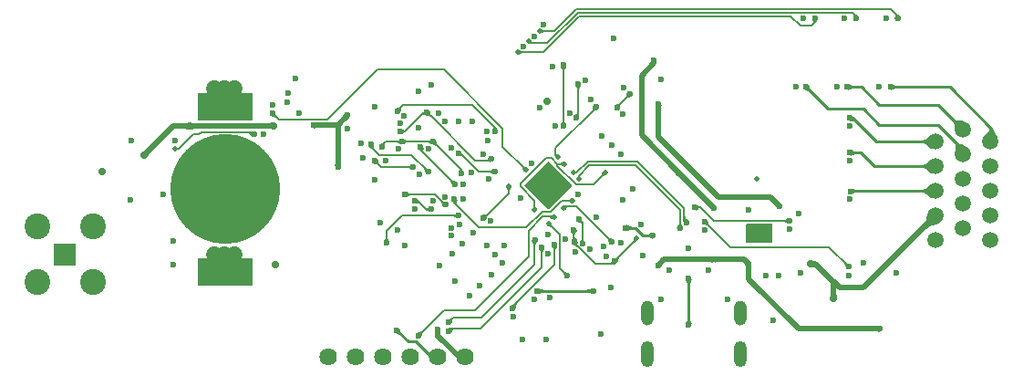
<source format=gbr>
%TF.GenerationSoftware,KiCad,Pcbnew,9.0.0*%
%TF.CreationDate,2025-07-20T20:19:11+01:00*%
%TF.ProjectId,Navigator,4e617669-6761-4746-9f72-2e6b69636164,rev?*%
%TF.SameCoordinates,Original*%
%TF.FileFunction,Copper,L4,Bot*%
%TF.FilePolarity,Positive*%
%FSLAX46Y46*%
G04 Gerber Fmt 4.6, Leading zero omitted, Abs format (unit mm)*
G04 Created by KiCad (PCBNEW 9.0.0) date 2025-07-20 20:19:11*
%MOMM*%
%LPD*%
G01*
G04 APERTURE LIST*
%TA.AperFunction,ComponentPad*%
%ADD10C,1.500000*%
%TD*%
%TA.AperFunction,ComponentPad*%
%ADD11R,2.100000X2.100000*%
%TD*%
%TA.AperFunction,ComponentPad*%
%ADD12C,2.400000*%
%TD*%
%TA.AperFunction,ComponentPad*%
%ADD13O,1.158000X2.316000*%
%TD*%
%TA.AperFunction,ComponentPad*%
%ADD14O,1.200000X2.400000*%
%TD*%
%TA.AperFunction,ComponentPad*%
%ADD15C,1.625600*%
%TD*%
%TA.AperFunction,SMDPad,CuDef*%
%ADD16C,10.200000*%
%TD*%
%TA.AperFunction,SMDPad,CuDef*%
%ADD17R,5.100000X2.500000*%
%TD*%
%TA.AperFunction,ViaPad*%
%ADD18C,0.700000*%
%TD*%
%TA.AperFunction,ViaPad*%
%ADD19C,0.600000*%
%TD*%
%TA.AperFunction,ViaPad*%
%ADD20C,0.500000*%
%TD*%
%TA.AperFunction,Conductor*%
%ADD21C,1.500000*%
%TD*%
%TA.AperFunction,Conductor*%
%ADD22C,0.250000*%
%TD*%
%TA.AperFunction,Conductor*%
%ADD23C,0.130000*%
%TD*%
%TA.AperFunction,Conductor*%
%ADD24C,0.500000*%
%TD*%
%TA.AperFunction,Conductor*%
%ADD25C,0.185000*%
%TD*%
G04 APERTURE END LIST*
D10*
%TO.P,DSUB1,1,1*%
%TO.N,+3.3V*%
X185980000Y-87500000D03*
%TO.P,DSUB1,2,2*%
%TO.N,+5V*%
X185980000Y-85210000D03*
%TO.P,DSUB1,3,3*%
%TO.N,/V4*%
X185980000Y-82920000D03*
%TO.P,DSUB1,4,4*%
%TO.N,/V2*%
X185980000Y-80630000D03*
%TO.P,DSUB1,5,5*%
%TO.N,/V1*%
X185980000Y-78340000D03*
%TO.P,DSUB1,6,6*%
%TO.N,/V8*%
X188520000Y-86355000D03*
%TO.P,DSUB1,7,7*%
%TO.N,/V16*%
X188520000Y-84065000D03*
%TO.P,DSUB1,8,8*%
%TO.N,/V32*%
X188520000Y-81775000D03*
%TO.P,DSUB1,9,9*%
%TO.N,/Iout_PYRO1*%
X188520000Y-79485000D03*
%TO.P,DSUB1,10,10*%
%TO.N,/Iout_PYRO2*%
X188520000Y-77195000D03*
%TO.P,DSUB1,11,11*%
%TO.N,GND*%
X191060000Y-87500000D03*
%TO.P,DSUB1,12,12*%
X191060000Y-85210000D03*
%TO.P,DSUB1,13,13*%
X191060000Y-82920000D03*
%TO.P,DSUB1,14,14*%
X191060000Y-80630000D03*
%TO.P,DSUB1,15,15*%
%TO.N,/Iout_PYRO3*%
X191060000Y-78340000D03*
%TD*%
D11*
%TO.P,J2,1,1*%
%TO.N,/RF*%
X105120000Y-88810000D03*
D12*
%TO.P,J2,2,2*%
%TO.N,GND*%
X107695000Y-91385000D03*
%TO.P,J2,3,3*%
X107695000Y-86235000D03*
%TO.P,J2,4,4*%
X102545000Y-86235000D03*
%TO.P,J2,5,5*%
X102545000Y-91385000D03*
%TD*%
D13*
%TO.P,J5,S3,SHIELD*%
%TO.N,unconnected-(J5-SHIELD-PadS1)_3*%
X159224856Y-94223499D03*
%TO.P,J5,S4,SHIELD*%
%TO.N,unconnected-(J5-SHIELD-PadS1)_2*%
X167864856Y-94223499D03*
D14*
%TO.P,J5,S5,SHIELD*%
%TO.N,unconnected-(J5-SHIELD-PadS1)*%
X159224856Y-98048499D03*
%TO.P,J5,S6,SHIELD*%
%TO.N,unconnected-(J5-SHIELD-PadS1)_1*%
X167864856Y-98048499D03*
%TD*%
D15*
%TO.P,J1,1,1*%
%TO.N,+5V*%
X142300000Y-98287000D03*
%TO.P,J1,2,2*%
%TO.N,GND*%
X139760000Y-98287000D03*
%TO.P,J1,3,3*%
%TO.N,/OBC TX UART*%
X137220000Y-98287000D03*
%TO.P,J1,4,4*%
%TO.N,/OBC RX UART*%
X134680000Y-98287000D03*
%TO.P,J1,5,5*%
%TO.N,/OBC CTS UART*%
X132140000Y-98287000D03*
%TO.P,J1,6,6*%
%TO.N,/OBC RTS UART*%
X129600000Y-98287000D03*
%TD*%
D16*
%TO.P,BT1,N*%
%TO.N,GND*%
X119980000Y-82750000D03*
D17*
%TO.P,BT1,P1*%
%TO.N,VBAT*%
X120030000Y-90400000D03*
%TO.P,BT1,P2*%
X120030000Y-75100000D03*
%TD*%
D18*
%TO.N,VBAT*%
X120830000Y-88800000D03*
X118980000Y-88800000D03*
X120830000Y-73400000D03*
X119905000Y-73400000D03*
X118980000Y-73400000D03*
X119905000Y-88800000D03*
D19*
%TO.N,VBUS*%
X163044856Y-91048499D03*
X163044856Y-95310000D03*
%TO.N,/OBC TX UART*%
X140774856Y-95898499D03*
X149374856Y-88160000D03*
%TO.N,/OBC RTS UART*%
X146674856Y-93798499D03*
X150548231Y-87898499D03*
%TO.N,/OBC RX UART*%
X148743269Y-87433269D03*
X140774856Y-95098499D03*
%TO.N,/OBC CTS UART*%
X137959857Y-96324354D03*
D20*
X150520000Y-85360000D03*
D19*
%TO.N,+3.3V*%
X130458500Y-80678583D03*
X148974856Y-92198499D03*
X180824856Y-95698499D03*
D18*
X124480000Y-76850000D03*
D19*
X157174856Y-86348499D03*
X128180000Y-76821500D03*
X165374856Y-89248499D03*
X159741469Y-87061469D03*
X159824856Y-70795000D03*
D18*
X116674856Y-76900000D03*
D19*
X131380000Y-75900000D03*
X160174856Y-89798499D03*
X162174781Y-81314781D03*
X168574856Y-89655496D03*
D18*
X112480000Y-79600000D03*
D19*
X165374856Y-84498499D03*
X154219902Y-92203453D03*
%TO.N,/MISO SPI*%
X136280000Y-77400000D03*
X144720000Y-79960000D03*
X138720000Y-75610000D03*
%TO.N,/SCK SPI*%
X141630000Y-79396000D03*
X145030000Y-81150000D03*
%TO.N,GND*%
X149157743Y-83209717D03*
X148310212Y-82393854D03*
X141024310Y-87077651D03*
X139820000Y-75660000D03*
D18*
X118274856Y-80848499D03*
D19*
X168774856Y-87298499D03*
X145020000Y-88800000D03*
X148720000Y-68610000D03*
X136070000Y-79010000D03*
X178014069Y-83689315D03*
X134870000Y-80110000D03*
X147662132Y-69525000D03*
X115370000Y-78210000D03*
X173698802Y-66912799D03*
X146724856Y-94560000D03*
X140970000Y-78910000D03*
X164520000Y-86510000D03*
X126830000Y-75678500D03*
X153844160Y-88335840D03*
X148674856Y-92948499D03*
X111274856Y-78198499D03*
X137574856Y-84598499D03*
X133891001Y-81900000D03*
X139920000Y-89860000D03*
X138870000Y-79010000D03*
X156878968Y-83702611D03*
X136270000Y-76610000D03*
X149974856Y-84098499D03*
X141034310Y-86392651D03*
X149974856Y-86948499D03*
X111230000Y-83750000D03*
D18*
X122374856Y-82448499D03*
D19*
X135970000Y-86510000D03*
X138020000Y-81410000D03*
X147424856Y-83548499D03*
X149970000Y-88710000D03*
X149970243Y-82397218D03*
X139133499Y-73103499D03*
X150824857Y-83248498D03*
D18*
X121524856Y-86348499D03*
D19*
X154988224Y-77791776D03*
X156770000Y-87760000D03*
X151970000Y-75710000D03*
X151585000Y-87410000D03*
X142702917Y-92614338D03*
X122124856Y-81598499D03*
X142020000Y-87810710D03*
X155888224Y-78691776D03*
X143920000Y-79510000D03*
X171374857Y-90798499D03*
D18*
X118024856Y-84448499D03*
D19*
X170324856Y-86348499D03*
X164844854Y-90252549D03*
D18*
X121974856Y-79348499D03*
D19*
X122274856Y-83548499D03*
X137920000Y-77060000D03*
X141320000Y-91310000D03*
X155774067Y-91855933D03*
X150174856Y-92798499D03*
X134420000Y-85860000D03*
D18*
X121724856Y-84448499D03*
D19*
X168774856Y-86348499D03*
X117674856Y-81598499D03*
X163044856Y-88238499D03*
X139334929Y-83845071D03*
X181367201Y-66912799D03*
X149820000Y-96660000D03*
X148470000Y-80360000D03*
X178020000Y-80110003D03*
X141630000Y-76428499D03*
X166644856Y-92952547D03*
X179266856Y-89590499D03*
X149142712Y-81561354D03*
X157828968Y-82752611D03*
X140420000Y-83448499D03*
X158765431Y-88879283D03*
X140430000Y-76428499D03*
X142930000Y-76428499D03*
X172374856Y-86460000D03*
X117524856Y-83548499D03*
D18*
X121524856Y-80848499D03*
D19*
X153420000Y-72610000D03*
X145720000Y-89610000D03*
D18*
X116024856Y-83148499D03*
D19*
X145896776Y-87983224D03*
X141720000Y-86010000D03*
X153970000Y-74460000D03*
X125733100Y-74700000D03*
D18*
X122674856Y-85698499D03*
D19*
X144320000Y-77410000D03*
X173436159Y-90487837D03*
X147620000Y-96660000D03*
D18*
X123124856Y-80248499D03*
D19*
X176814124Y-73260000D03*
X155120000Y-88060000D03*
D18*
X117424856Y-82448499D03*
D19*
X157020000Y-73310000D03*
X131380000Y-77100000D03*
X168624856Y-84698499D03*
D20*
X169320000Y-81810000D03*
D18*
X117224856Y-85698499D03*
D19*
X158624856Y-86048499D03*
X144380000Y-78200000D03*
X156924856Y-75760000D03*
X144626309Y-85662253D03*
X126480000Y-72450000D03*
D18*
X123774856Y-81498499D03*
D19*
X151674857Y-82398498D03*
D18*
X124614856Y-89738499D03*
X118224856Y-86348499D03*
D19*
X156024856Y-68753499D03*
X132620000Y-78460000D03*
X172969999Y-73260000D03*
X115180000Y-89750000D03*
X156738224Y-79541776D03*
X133918101Y-75110000D03*
X149581722Y-67493883D03*
X178020000Y-76910003D03*
X123520000Y-77610000D03*
X155370000Y-89010000D03*
D18*
X116424856Y-84548499D03*
X123924856Y-83148499D03*
D19*
X125848690Y-73818690D03*
X124370000Y-74910000D03*
X182333356Y-90487837D03*
X132780000Y-79856999D03*
X114224856Y-83208499D03*
X150370000Y-71410000D03*
X136620000Y-75910000D03*
X142120000Y-82260000D03*
X180670000Y-73260000D03*
X170174858Y-90798495D03*
X142845853Y-81227502D03*
X135920000Y-95810000D03*
X115180000Y-87550000D03*
D18*
X123524856Y-84548499D03*
X117974856Y-79348499D03*
D19*
X173270000Y-85010000D03*
D18*
X108530000Y-81150000D03*
D19*
X144320000Y-88010000D03*
X150620000Y-76860000D03*
X169574856Y-86826998D03*
X136679999Y-88000000D03*
X144680000Y-90649999D03*
X152480840Y-88549160D03*
X177508000Y-66912799D03*
X160474856Y-72548499D03*
X160444856Y-92952547D03*
X161244856Y-90252549D03*
X144470000Y-81760000D03*
D18*
X116224856Y-81498499D03*
X149924856Y-74605000D03*
D19*
X149975212Y-80728854D03*
X152720000Y-83210000D03*
X154849856Y-96173499D03*
X141070000Y-88760000D03*
X149180000Y-75200000D03*
X154489020Y-85374339D03*
D18*
X116874856Y-80248499D03*
D19*
X177874856Y-90760000D03*
X170324856Y-87298499D03*
X137930000Y-73656998D03*
X143060000Y-86770711D03*
X143655000Y-91675000D03*
X150782743Y-81584717D03*
X142070000Y-83660000D03*
X170884778Y-94882832D03*
%TO.N,/HUM ~{CS} SPI*%
X137470000Y-80700000D03*
X133891001Y-80100000D03*
%TO.N,/MOSI SPI*%
X139320000Y-78360000D03*
X134530000Y-78850000D03*
X136430000Y-78325000D03*
X141905000Y-81275000D03*
D20*
%TO.N,Net-(MCU1-VREG_VOUT)*%
X148730000Y-84660000D03*
X151480000Y-80400000D03*
X155270000Y-81210000D03*
%TO.N,Net-(MCU1-RUN)*%
X150030000Y-85950000D03*
D19*
X151774856Y-90798499D03*
%TO.N,/BAR2 RDY*%
X153185824Y-87794176D03*
X152805000Y-85525000D03*
D20*
%TO.N,/INT GPS*%
X115380000Y-79000000D03*
D19*
X124374856Y-75698499D03*
X122670000Y-77660000D03*
D20*
X147920000Y-80960000D03*
D19*
%TO.N,/Green Status*%
X164524856Y-85748499D03*
X177920000Y-89960000D03*
%TO.N,/Red Status*%
X172374856Y-85698499D03*
X163624856Y-84448499D03*
%TO.N,+5V*%
X171474856Y-84298499D03*
D18*
X174374856Y-89655496D03*
X176474856Y-92898499D03*
D19*
X139723958Y-95798499D03*
X160220000Y-74860000D03*
%TO.N,/RP2040 Standard/MCU ~{CS} SPI*%
X151430000Y-71250000D03*
X151430000Y-76850000D03*
%TO.N,/INT1 BOSH IMU*%
X135980000Y-75500000D03*
X145080000Y-77400000D03*
D20*
%TO.N,/RP2040 Standard/USB_D+*%
X152339668Y-81229668D03*
D19*
X162801075Y-85828925D03*
D20*
%TO.N,/RP2040 Standard/MCU SD3 SPI*%
X150905000Y-79775000D03*
D19*
X154430000Y-75100000D03*
D20*
%TO.N,/IMU1 ~{CS} SPI*%
X152224856Y-83798499D03*
D19*
X133520000Y-78610000D03*
X138874856Y-81148499D03*
X141274856Y-83660000D03*
%TO.N,/MAG ~{CS} SPI*%
X141303179Y-82276821D03*
X138139518Y-78839999D03*
D20*
%TO.N,/RP2040 Standard/USB_D-*%
X152870000Y-81760000D03*
D19*
X162238925Y-86391075D03*
%TO.N,/RP2040 Standard/MCU SCLK SPI*%
X156380000Y-75200000D03*
X157580000Y-73900000D03*
D20*
%TO.N,/BAR1 RDY*%
X151420000Y-84460000D03*
D19*
X155869823Y-87593466D03*
%TO.N,/SCL0 I2C*%
X156153178Y-89451821D03*
X152414146Y-87614289D03*
D20*
X158206564Y-87260000D03*
D19*
X152370000Y-86510000D03*
%TO.N,/SCL1 I2C*%
X139170000Y-84609789D03*
X137620000Y-83798499D03*
%TO.N,/SDA1 I2C*%
X140474856Y-84198499D03*
X136687442Y-83232426D03*
%TO.N,/INT1 ST IMU*%
X143920000Y-85410000D03*
X141674856Y-85198499D03*
D20*
X146324856Y-82498499D03*
D19*
X134980000Y-87700000D03*
%TO.N,/RP2040 Standard/MCU SD1 SPI*%
X152770000Y-73010000D03*
X152605000Y-76125000D03*
%TO.N,/PYRO1*%
X174804400Y-66912799D03*
D20*
X147163147Y-70015936D03*
D19*
%TO.N,/PYRO2*%
X178620000Y-66912799D03*
D20*
X148153883Y-69021722D03*
%TO.N,/PYRO3*%
X149170000Y-68060000D03*
D19*
X182470000Y-66912799D03*
%TO.N,/V4*%
X178070000Y-82941400D03*
%TO.N,/Iout_PYRO2*%
X177770000Y-73260000D03*
%TO.N,/Iout_PYRO3*%
X181770000Y-73260000D03*
%TO.N,/Iout_PYRO1*%
X173920000Y-73260000D03*
%TO.N,/V1*%
X178020000Y-76160000D03*
%TO.N,/V2*%
X178020000Y-79360000D03*
%TD*%
D21*
%TO.N,VBAT*%
X120030000Y-88925000D02*
X119905000Y-88800000D01*
X120030000Y-75100000D02*
X120030000Y-74450000D01*
X120030000Y-75100000D02*
X120030000Y-73525000D01*
X120030000Y-90400000D02*
X120030000Y-89600000D01*
X120030000Y-89850000D02*
X118980000Y-88800000D01*
X120030000Y-74200000D02*
X120830000Y-73400000D01*
X120030000Y-90400000D02*
X120030000Y-89850000D01*
X120030000Y-90400000D02*
X120030000Y-88925000D01*
X120030000Y-74450000D02*
X118980000Y-73400000D01*
X120030000Y-75100000D02*
X120030000Y-74200000D01*
X120030000Y-89600000D02*
X120830000Y-88800000D01*
X120030000Y-73525000D02*
X119905000Y-73400000D01*
D22*
%TO.N,VBUS*%
X163044856Y-95310000D02*
X163044856Y-91048499D01*
D23*
%TO.N,/OBC TX UART*%
X149374856Y-89998499D02*
X149374856Y-88160000D01*
X141013355Y-95660000D02*
X143713355Y-95660000D01*
X143713355Y-95660000D02*
X149374856Y-89998499D01*
X140774856Y-95898499D02*
X141013355Y-95660000D01*
%TO.N,/OBC RTS UART*%
X150548231Y-87898499D02*
X150574856Y-87925124D01*
X150574856Y-89755144D02*
X146674856Y-93655144D01*
X150574856Y-87925124D02*
X150574856Y-89755144D01*
X146674856Y-93655144D02*
X146674856Y-93798499D01*
%TO.N,/OBC RX UART*%
X143774856Y-94698499D02*
X141174856Y-94698499D01*
X141174856Y-94698499D02*
X140774856Y-95098499D01*
X148720000Y-87456538D02*
X148720000Y-89753355D01*
X148720000Y-89753355D02*
X143774856Y-94698499D01*
%TO.N,/OBC CTS UART*%
X143174856Y-93998499D02*
X148174856Y-88998499D01*
X148174856Y-86598499D02*
X149474856Y-85298499D01*
X140274856Y-93998499D02*
X143174856Y-93998499D01*
X137959857Y-96324354D02*
X137959857Y-96313498D01*
X148174856Y-88998499D02*
X148174856Y-86598499D01*
X149474856Y-85298499D02*
X150458499Y-85298499D01*
X137959857Y-96313498D02*
X140274856Y-93998499D01*
X150458499Y-85298499D02*
X150520000Y-85360000D01*
D24*
%TO.N,+3.3V*%
X162174781Y-81314781D02*
X162174781Y-81264781D01*
X165358499Y-84498499D02*
X165374856Y-84498499D01*
X116674856Y-76900000D02*
X115173355Y-76900000D01*
D22*
X158066677Y-86348499D02*
X158779647Y-87061469D01*
D24*
X159824856Y-71048499D02*
X159824856Y-70795000D01*
X112480000Y-79593355D02*
X112480000Y-79600000D01*
X124430000Y-76900000D02*
X124480000Y-76850000D01*
D22*
X158779647Y-87061469D02*
X159741469Y-87061469D01*
D24*
X173208499Y-95698499D02*
X180824856Y-95698499D01*
X162174781Y-81314781D02*
X165358499Y-84498499D01*
X165374856Y-89248499D02*
X160724856Y-89248499D01*
X160724856Y-89248499D02*
X160174856Y-89798499D01*
X168574856Y-89655496D02*
X168574856Y-91064856D01*
X158674856Y-77764856D02*
X158674856Y-72198499D01*
D22*
X157174856Y-86348499D02*
X158066677Y-86348499D01*
D24*
X168574856Y-91064856D02*
X173208499Y-95698499D01*
X158674856Y-72198499D02*
X159824856Y-71048499D01*
D22*
X148979810Y-92203453D02*
X154219902Y-92203453D01*
X128180000Y-76821500D02*
X128201500Y-76800000D01*
D24*
X168167859Y-89248499D02*
X165374856Y-89248499D01*
X116674856Y-76900000D02*
X124430000Y-76900000D01*
X130458500Y-76821500D02*
X131380000Y-75900000D01*
X128180000Y-76821500D02*
X130458500Y-76821500D01*
X162174781Y-81314781D02*
X162158499Y-81298499D01*
X162174781Y-81264781D02*
X158674856Y-77764856D01*
D22*
X148974856Y-92198499D02*
X148979810Y-92203453D01*
D24*
X168574856Y-89655496D02*
X168167859Y-89248499D01*
X130458500Y-80678583D02*
X130458500Y-76821500D01*
X115173355Y-76900000D02*
X112480000Y-79593355D01*
D23*
%TO.N,/MISO SPI*%
X144580000Y-80100000D02*
X143226357Y-80100000D01*
X136280000Y-77400000D02*
X136680000Y-77400000D01*
X143226357Y-80100000D02*
X139358356Y-76231999D01*
X144720000Y-79960000D02*
X144580000Y-80100000D01*
X139341999Y-76231999D02*
X138720000Y-75610000D01*
X139358356Y-76231999D02*
X139341999Y-76231999D01*
X138470000Y-75610000D02*
X138720000Y-75610000D01*
X136680000Y-77400000D02*
X138470000Y-75610000D01*
%TO.N,/SCK SPI*%
X143560000Y-81150000D02*
X145030000Y-81150000D01*
X141806000Y-79396000D02*
X143560000Y-81150000D01*
X141630000Y-79396000D02*
X141806000Y-79396000D01*
D22*
%TO.N,GND*%
X137700354Y-96900354D02*
X139300000Y-98500000D01*
D23*
X138870000Y-79010000D02*
X138770000Y-79010000D01*
D22*
X139300000Y-98500000D02*
X139760000Y-98500000D01*
X135920000Y-95810000D02*
X137010354Y-96900354D01*
X137010354Y-96900354D02*
X137700354Y-96900354D01*
D23*
%TO.N,/HUM ~{CS} SPI*%
X133891001Y-80100000D02*
X134491001Y-80700000D01*
X134491001Y-80700000D02*
X137470000Y-80700000D01*
%TO.N,/MOSI SPI*%
X141905000Y-81275000D02*
X141905000Y-80945000D01*
X134530000Y-78700000D02*
X134905000Y-78325000D01*
X139285000Y-78325000D02*
X136430000Y-78325000D01*
X134530000Y-78850000D02*
X134530000Y-78700000D01*
X134905000Y-78325000D02*
X136430000Y-78325000D01*
X141905000Y-80945000D02*
X139320000Y-78360000D01*
%TO.N,Net-(MCU1-VREG_VOUT)*%
X147430000Y-82250000D02*
X149830000Y-79850000D01*
X150830000Y-80570000D02*
X152570000Y-82310000D01*
X155270000Y-81210000D02*
X154170000Y-82310000D01*
X150830000Y-80400000D02*
X150830000Y-80570000D01*
X148730000Y-84660000D02*
X148730000Y-83800000D01*
X150830000Y-80400000D02*
X151480000Y-80400000D01*
X148730000Y-83800000D02*
X147430000Y-82500000D01*
X149830000Y-79850000D02*
X150280000Y-79850000D01*
X147430000Y-82500000D02*
X147430000Y-82250000D01*
X150280000Y-79850000D02*
X150830000Y-80400000D01*
X154170000Y-82310000D02*
X152570000Y-82310000D01*
%TO.N,Net-(MCU1-RUN)*%
X151774856Y-90798499D02*
X151874856Y-90898499D01*
X151070000Y-86990000D02*
X150030000Y-85950000D01*
X151070000Y-90093643D02*
X151070000Y-86990000D01*
X151774856Y-90798499D02*
X151070000Y-90093643D01*
X150030000Y-86050000D02*
X150030000Y-85950000D01*
%TO.N,/BAR2 RDY*%
X153180000Y-87788352D02*
X153180000Y-85900000D01*
X153180000Y-85900000D02*
X152805000Y-85525000D01*
X153185824Y-87794176D02*
X153180000Y-87788352D01*
%TO.N,/INT GPS*%
X117020000Y-77660000D02*
X115680000Y-79000000D01*
X140310000Y-71650000D02*
X134100000Y-71650000D01*
X145770000Y-78810000D02*
X145770000Y-77110000D01*
X122181960Y-77434000D02*
X117778040Y-77434000D01*
X147920000Y-80960000D02*
X145770000Y-78810000D01*
X124976357Y-76300000D02*
X124374856Y-75698499D01*
X117778040Y-77434000D02*
X117552040Y-77660000D01*
X145770000Y-77110000D02*
X140310000Y-71650000D01*
X122407960Y-77660000D02*
X122181960Y-77434000D01*
X122670000Y-77660000D02*
X122407960Y-77660000D01*
X134100000Y-71650000D02*
X129450000Y-76300000D01*
X117552040Y-77660000D02*
X117020000Y-77660000D01*
X115680000Y-79000000D02*
X115380000Y-79000000D01*
X129450000Y-76300000D02*
X124976357Y-76300000D01*
%TO.N,/Green Status*%
X166894991Y-88110000D02*
X164533490Y-85748499D01*
X176070000Y-88110000D02*
X166894991Y-88110000D01*
X164533490Y-85748499D02*
X164524856Y-85748499D01*
X177920000Y-89960000D02*
X176070000Y-88110000D01*
%TO.N,/Red Status*%
X163624856Y-84448499D02*
X164124856Y-84448499D01*
X164124856Y-84448499D02*
X165374856Y-85698499D01*
X165374856Y-85698499D02*
X172374856Y-85698499D01*
D24*
%TO.N,+5V*%
X165770000Y-83460000D02*
X170636357Y-83460000D01*
X139723958Y-95798499D02*
X139723958Y-96325828D01*
X170636357Y-83460000D02*
X171474856Y-84298499D01*
X174765496Y-89655496D02*
X176408499Y-91298499D01*
X139723958Y-96325828D02*
X141898130Y-98500000D01*
X160220000Y-77910000D02*
X165770000Y-83460000D01*
X176474856Y-91298499D02*
X177086357Y-91910000D01*
X176474856Y-91298499D02*
X176474856Y-92898499D01*
X174374856Y-89655496D02*
X174765496Y-89655496D01*
X179280000Y-91910000D02*
X185980000Y-85210000D01*
X176408499Y-91298499D02*
X176474856Y-91298499D01*
X177086357Y-91910000D02*
X179280000Y-91910000D01*
X141898130Y-98500000D02*
X142300000Y-98500000D01*
X160220000Y-74860000D02*
X160220000Y-77910000D01*
D23*
%TO.N,/RP2040 Standard/MCU ~{CS} SPI*%
X151430000Y-71250000D02*
X151430000Y-76850000D01*
%TO.N,/INT1 BOSH IMU*%
X136520000Y-74960000D02*
X142970000Y-74960000D01*
X145080000Y-77070000D02*
X145080000Y-77400000D01*
X142970000Y-74960000D02*
X145080000Y-77070000D01*
X135980000Y-75500000D02*
X136520000Y-74960000D01*
D25*
%TO.N,/RP2040 Standard/USB_D+*%
X152339668Y-81229668D02*
X152601299Y-81229668D01*
X162618926Y-85646776D02*
X162801075Y-85828925D01*
X158248702Y-80170000D02*
X162618926Y-84540224D01*
X153660967Y-80170000D02*
X158248702Y-80170000D01*
X162618926Y-84540224D02*
X162618926Y-85646776D01*
X152601299Y-81229668D02*
X153660967Y-80170000D01*
D23*
%TO.N,/RP2040 Standard/MCU SD3 SPI*%
X150905000Y-79775000D02*
X150630000Y-79500000D01*
X154430000Y-75150000D02*
X154430000Y-75100000D01*
X150630000Y-79500000D02*
X150630000Y-78950000D01*
X150630000Y-78950000D02*
X154430000Y-75150000D01*
%TO.N,/IMU1 ~{CS} SPI*%
X143570000Y-86260000D02*
X147963355Y-86260000D01*
X149424856Y-84798499D02*
X150224856Y-84798499D01*
X150224856Y-84798499D02*
X151224856Y-83798499D01*
X133520000Y-78810000D02*
X134270000Y-79560000D01*
X134270000Y-79560000D02*
X137286357Y-79560000D01*
X141274856Y-83660000D02*
X141274856Y-83964856D01*
X151224856Y-83798499D02*
X152224856Y-83798499D01*
X141274856Y-83964856D02*
X143570000Y-86260000D01*
X147963355Y-86260000D02*
X149424856Y-84798499D01*
X133520000Y-78610000D02*
X133520000Y-78810000D01*
X137286357Y-79560000D02*
X138874856Y-81148499D01*
%TO.N,/MAG ~{CS} SPI*%
X138328179Y-79301821D02*
X141303179Y-82276821D01*
X138139518Y-78839999D02*
X138139518Y-79113160D01*
X138230000Y-79203643D02*
X138328179Y-79301821D01*
X138139518Y-79113160D02*
X138328179Y-79301821D01*
D25*
%TO.N,/RP2040 Standard/USB_D-*%
X158091298Y-80550000D02*
X162238925Y-84697627D01*
X162238925Y-84697627D02*
X162238925Y-86391075D01*
X153818369Y-80550000D02*
X158091298Y-80550000D01*
X152870000Y-81760000D02*
X152870000Y-81498369D01*
X152870000Y-81498369D02*
X153818369Y-80550000D01*
D23*
%TO.N,/RP2040 Standard/MCU SCLK SPI*%
X156380000Y-75200000D02*
X156380000Y-75100000D01*
X156380000Y-75100000D02*
X157580000Y-73900000D01*
%TO.N,/BAR1 RDY*%
X151420000Y-84460000D02*
X151570000Y-84310000D01*
X151570000Y-84310000D02*
X152586357Y-84310000D01*
X152586357Y-84310000D02*
X155869823Y-87593466D01*
%TO.N,/SCL0 I2C*%
X152380000Y-86733935D02*
X152380000Y-87580143D01*
X152414146Y-87754146D02*
X154360000Y-89700000D01*
X156153178Y-89270177D02*
X156153178Y-89451821D01*
X155904999Y-89700000D02*
X156153178Y-89451821D01*
X152370000Y-86510000D02*
X152370000Y-86723935D01*
X152380000Y-87580143D02*
X152414146Y-87614289D01*
X152370000Y-86723935D02*
X152380000Y-86733935D01*
X158206564Y-87260000D02*
X158206564Y-87398435D01*
X158206564Y-87398435D02*
X156153178Y-89451821D01*
X154360000Y-89700000D02*
X155904999Y-89700000D01*
X152414146Y-87614289D02*
X152414146Y-87754146D01*
%TO.N,/SCL1 I2C*%
X137671500Y-83849999D02*
X137859999Y-83849999D01*
X138619789Y-84609789D02*
X139170000Y-84609789D01*
X137620000Y-83798499D02*
X137671500Y-83849999D01*
X137859999Y-83849999D02*
X138619789Y-84609789D01*
%TO.N,/SDA1 I2C*%
X140416678Y-84198499D02*
X140474856Y-84198499D01*
X136755727Y-83232426D02*
X136771800Y-83248499D01*
X139466678Y-83248499D02*
X140416678Y-84198499D01*
X136771800Y-83248499D02*
X139466678Y-83248499D01*
X136687442Y-83232426D02*
X136755727Y-83232426D01*
%TO.N,/INT1 ST IMU*%
X134980000Y-86600000D02*
X134980000Y-87700000D01*
X144020000Y-85410000D02*
X146324856Y-83105144D01*
X136381501Y-85198499D02*
X134980000Y-86600000D01*
X143920000Y-85410000D02*
X144020000Y-85410000D01*
X146324856Y-83105144D02*
X146324856Y-82498499D01*
X141674856Y-85198499D02*
X136381501Y-85198499D01*
%TO.N,/RP2040 Standard/MCU SD1 SPI*%
X152770000Y-75960000D02*
X152605000Y-76125000D01*
X152770000Y-73010000D02*
X152770000Y-75960000D01*
%TO.N,/PYRO1*%
X174420000Y-67610000D02*
X174804400Y-67225600D01*
X149539000Y-70041000D02*
X152870000Y-66710000D01*
X147188211Y-70041000D02*
X149539000Y-70041000D01*
X174804400Y-67225600D02*
X174804400Y-66912799D01*
X147163147Y-70015936D02*
X147188211Y-70041000D01*
X172495000Y-66710000D02*
X173395000Y-67610000D01*
X173395000Y-67610000D02*
X174420000Y-67610000D01*
X152870000Y-66710000D02*
X172495000Y-66710000D01*
%TO.N,/PYRO2*%
X148153883Y-69021722D02*
X148342161Y-69210000D01*
X148342161Y-69210000D02*
X149870000Y-69210000D01*
X149870000Y-69210000D02*
X152720000Y-66360000D01*
X178220000Y-66360000D02*
X178620000Y-66760000D01*
X178620000Y-66760000D02*
X178620000Y-66912799D01*
X152720000Y-66360000D02*
X178220000Y-66360000D01*
%TO.N,/PYRO3*%
X182470000Y-66710000D02*
X182470000Y-66912799D01*
X181820000Y-66060000D02*
X182470000Y-66710000D01*
X150570000Y-68060000D02*
X152570000Y-66060000D01*
X149170000Y-68060000D02*
X150570000Y-68060000D01*
X152570000Y-66060000D02*
X181820000Y-66060000D01*
D22*
%TO.N,/V4*%
X178091400Y-82920000D02*
X185980000Y-82920000D01*
X178070000Y-82941400D02*
X178091400Y-82920000D01*
%TO.N,/Iout_PYRO2*%
X179070000Y-73260000D02*
X180720000Y-74910000D01*
X186235001Y-74910000D02*
X188520000Y-77194999D01*
X180720000Y-74910000D02*
X186235001Y-74910000D01*
X177770000Y-73260000D02*
X179070000Y-73260000D01*
%TO.N,/Iout_PYRO3*%
X191060000Y-77050000D02*
X191060000Y-78340000D01*
X181770000Y-73260000D02*
X187270000Y-73260000D01*
X187270000Y-73260000D02*
X191060000Y-77050000D01*
%TO.N,/Iout_PYRO1*%
X186220000Y-76810000D02*
X188520000Y-79110000D01*
X175970000Y-75310000D02*
X179220000Y-75310000D01*
X179220000Y-75310000D02*
X180720000Y-76810000D01*
X188520000Y-79110000D02*
X188520000Y-79485000D01*
X173920000Y-73260000D02*
X175970000Y-75310000D01*
X180720000Y-76810000D02*
X186220000Y-76810000D01*
%TO.N,/V1*%
X180450000Y-78340000D02*
X185980000Y-78340000D01*
X178020000Y-76160000D02*
X178270000Y-76160000D01*
X178270000Y-76160000D02*
X180450000Y-78340000D01*
%TO.N,/V2*%
X180240000Y-80630000D02*
X185980000Y-80630000D01*
X178020000Y-79360000D02*
X178970000Y-79360000D01*
X178970000Y-79360000D02*
X180240000Y-80630000D01*
%TD*%
%TA.AperFunction,Conductor*%
%TO.N,+3.3V*%
G36*
X180763909Y-95408136D02*
G01*
X180768568Y-95415331D01*
X180825386Y-95696179D01*
X180825386Y-95700819D01*
X180768568Y-95981665D01*
X180763568Y-95989094D01*
X180755187Y-95990887D01*
X180527284Y-95953107D01*
X180450059Y-95951248D01*
X180324583Y-95948228D01*
X180324571Y-95948228D01*
X180324570Y-95948228D01*
X180242354Y-95948465D01*
X180234071Y-95945062D01*
X180230620Y-95936799D01*
X180230620Y-95460232D01*
X180234047Y-95451959D01*
X180242318Y-95448532D01*
X180324576Y-95448770D01*
X180527274Y-95443891D01*
X180527279Y-95443890D01*
X180527282Y-95443890D01*
X180583228Y-95434615D01*
X180755189Y-95406109D01*
X180763909Y-95408136D01*
G37*
%TD.AperFunction*%
%TD*%
%TA.AperFunction,Conductor*%
%TO.N,/PYRO1*%
G36*
X174806186Y-66915370D02*
G01*
X174809452Y-66918641D01*
X174919649Y-67084735D01*
X174965017Y-67153115D01*
X174966736Y-67161903D01*
X174962367Y-67168883D01*
X174844441Y-67258903D01*
X174844432Y-67258912D01*
X174769015Y-67341090D01*
X174769016Y-67341091D01*
X174659611Y-67461483D01*
X174651511Y-67465301D01*
X174643083Y-67462273D01*
X174642679Y-67461887D01*
X174566617Y-67385825D01*
X174563190Y-67377552D01*
X174565536Y-67370524D01*
X174608020Y-67314016D01*
X174620239Y-67256867D01*
X174606532Y-67201538D01*
X174605699Y-67199849D01*
X174577371Y-67142430D01*
X174548871Y-67086312D01*
X174548213Y-67084741D01*
X174514384Y-66983904D01*
X174515001Y-66974972D01*
X174521755Y-66969092D01*
X174523163Y-66968715D01*
X174797402Y-66913639D01*
X174806186Y-66915370D01*
G37*
%TD.AperFunction*%
%TD*%
%TA.AperFunction,Conductor*%
%TO.N,/PYRO3*%
G36*
X149230798Y-67818039D02*
G01*
X149279734Y-67831205D01*
X149284967Y-67834230D01*
X149305109Y-67854372D01*
X149305110Y-67854373D01*
X149305112Y-67854374D01*
X149407833Y-67913681D01*
X149407835Y-67913681D01*
X149407836Y-67913682D01*
X149438095Y-67921789D01*
X149442063Y-67923715D01*
X149455165Y-67933510D01*
X149538339Y-67977457D01*
X149593851Y-67990307D01*
X149654266Y-67994281D01*
X149662294Y-67998243D01*
X149665196Y-68005955D01*
X149665196Y-68114202D01*
X149661769Y-68122475D01*
X149654433Y-68125864D01*
X149581197Y-68131746D01*
X149518915Y-68149823D01*
X149518905Y-68149827D01*
X149427713Y-68207012D01*
X149342919Y-68263212D01*
X149341031Y-68264228D01*
X149288740Y-68286447D01*
X149287174Y-68286985D01*
X149230777Y-68302000D01*
X149221901Y-68300817D01*
X149216461Y-68293704D01*
X149216306Y-68293046D01*
X149169472Y-68062325D01*
X149169472Y-68057674D01*
X149216295Y-67827009D01*
X149221299Y-67819584D01*
X149230089Y-67817872D01*
X149230798Y-67818039D01*
G37*
%TD.AperFunction*%
%TD*%
%TA.AperFunction,Conductor*%
%TO.N,+3.3V*%
G36*
X168162061Y-88999788D02*
G01*
X168285596Y-89012177D01*
X168288801Y-89012969D01*
X168380736Y-89050080D01*
X168383879Y-89051971D01*
X168451034Y-89108456D01*
X168452531Y-89109969D01*
X168512469Y-89182797D01*
X168512477Y-89182806D01*
X168611920Y-89299624D01*
X168611925Y-89299629D01*
X168733357Y-89399346D01*
X168737576Y-89407245D01*
X168735678Y-89414861D01*
X168577159Y-89653533D01*
X168573895Y-89656800D01*
X168336144Y-89815026D01*
X168327358Y-89816757D01*
X168319922Y-89811768D01*
X168319342Y-89810798D01*
X168300690Y-89775878D01*
X168299873Y-89773953D01*
X168285320Y-89728770D01*
X168284882Y-89726887D01*
X168271920Y-89638821D01*
X168271918Y-89638814D01*
X168271915Y-89638788D01*
X168258614Y-89559567D01*
X168227875Y-89517047D01*
X168227874Y-89517046D01*
X168195711Y-89503318D01*
X168159698Y-89499586D01*
X168151822Y-89495324D01*
X168149204Y-89487948D01*
X168149204Y-89011431D01*
X168152631Y-89003158D01*
X168160904Y-88999731D01*
X168162061Y-88999788D01*
G37*
%TD.AperFunction*%
%TD*%
%TA.AperFunction,Conductor*%
%TO.N,/MAG ~{CS} SPI*%
G36*
X140937201Y-81818052D02*
G01*
X141011817Y-81884817D01*
X141011818Y-81884818D01*
X141011822Y-81884821D01*
X141080461Y-81926546D01*
X141147983Y-81947824D01*
X141227476Y-81960631D01*
X141227500Y-81960646D01*
X141227502Y-81960636D01*
X141349790Y-81980636D01*
X141357402Y-81985354D01*
X141359449Y-81994071D01*
X141359383Y-81994434D01*
X141305398Y-82269810D01*
X141300444Y-82277269D01*
X141296168Y-82279040D01*
X141020792Y-82333025D01*
X141012014Y-82331254D01*
X141007060Y-82323795D01*
X141006994Y-82323432D01*
X140999734Y-82279040D01*
X140986994Y-82201144D01*
X140978192Y-82142602D01*
X140947280Y-82042270D01*
X140906038Y-81978817D01*
X140906036Y-81978814D01*
X140844502Y-81910848D01*
X140841489Y-81902415D01*
X140844901Y-81894723D01*
X140921127Y-81818497D01*
X140929399Y-81815071D01*
X140937201Y-81818052D01*
G37*
%TD.AperFunction*%
%TD*%
%TA.AperFunction,Conductor*%
%TO.N,+3.3V*%
G36*
X162430792Y-81157292D02*
G01*
X162565237Y-81345167D01*
X162705114Y-81491944D01*
X162763424Y-81549919D01*
X162766875Y-81558181D01*
X162763472Y-81566464D01*
X162426488Y-81903448D01*
X162418215Y-81906875D01*
X162409943Y-81903448D01*
X162351944Y-81845114D01*
X162205167Y-81705237D01*
X162017292Y-81570792D01*
X162012560Y-81563192D01*
X162014352Y-81554812D01*
X162172766Y-81316044D01*
X162176044Y-81312766D01*
X162414812Y-81154352D01*
X162423599Y-81152634D01*
X162430792Y-81157292D01*
G37*
%TD.AperFunction*%
%TD*%
%TA.AperFunction,Conductor*%
%TO.N,+3.3V*%
G36*
X154157965Y-91913836D02*
G01*
X154163653Y-91920753D01*
X154163928Y-91921840D01*
X154220432Y-92201133D01*
X154220432Y-92205773D01*
X154163910Y-92485154D01*
X154158910Y-92492583D01*
X154150122Y-92494302D01*
X154149118Y-92494052D01*
X154095621Y-92478178D01*
X154016311Y-92454644D01*
X154014352Y-92453864D01*
X153917713Y-92404908D01*
X153917305Y-92404692D01*
X153890598Y-92389811D01*
X153784761Y-92346005D01*
X153784762Y-92346005D01*
X153715234Y-92333146D01*
X153636754Y-92329034D01*
X153628671Y-92325179D01*
X153625666Y-92317350D01*
X153625666Y-92089461D01*
X153629093Y-92081188D01*
X153636653Y-92077783D01*
X153727020Y-92072275D01*
X153802999Y-92055616D01*
X153917490Y-92002111D01*
X154005280Y-91956928D01*
X154007204Y-91956147D01*
X154149055Y-91912967D01*
X154157965Y-91913836D01*
G37*
%TD.AperFunction*%
%TD*%
%TA.AperFunction,Conductor*%
%TO.N,/SCL0 I2C*%
G36*
X155913521Y-89291795D02*
G01*
X155914918Y-89292591D01*
X155921925Y-89297254D01*
X156150113Y-89449116D01*
X156155102Y-89456552D01*
X156155114Y-89456611D01*
X156209341Y-89733966D01*
X156207565Y-89742743D01*
X156200103Y-89747694D01*
X156199508Y-89747794D01*
X156010272Y-89774745D01*
X156008381Y-89774860D01*
X155864635Y-89771893D01*
X155864479Y-89771888D01*
X155673044Y-89765384D01*
X155664892Y-89761678D01*
X155661741Y-89753691D01*
X155661741Y-89645068D01*
X155665168Y-89636795D01*
X155671696Y-89633499D01*
X155741134Y-89623035D01*
X155788134Y-89589703D01*
X155814290Y-89538843D01*
X155831152Y-89474297D01*
X155831156Y-89474298D01*
X155831161Y-89474261D01*
X155853658Y-89389518D01*
X155854426Y-89387444D01*
X155897902Y-89297254D01*
X155904581Y-89291289D01*
X155913521Y-89291795D01*
G37*
%TD.AperFunction*%
%TD*%
%TA.AperFunction,Conductor*%
%TO.N,+3.3V*%
G36*
X124408536Y-76511141D02*
G01*
X124414013Y-76518226D01*
X124414191Y-76518979D01*
X124480532Y-76847685D01*
X124480532Y-76852315D01*
X124413939Y-77182267D01*
X124408943Y-77189698D01*
X124400627Y-77191506D01*
X124302262Y-77175818D01*
X124152292Y-77151900D01*
X124152289Y-77151899D01*
X124152283Y-77151899D01*
X123950541Y-77148512D01*
X123950520Y-77148512D01*
X123950509Y-77148512D01*
X123907701Y-77148900D01*
X123798531Y-77149892D01*
X123790227Y-77146540D01*
X123786725Y-77138298D01*
X123786725Y-76661233D01*
X123790152Y-76652960D01*
X123797948Y-76649543D01*
X123909580Y-76645006D01*
X124001671Y-76631309D01*
X124144694Y-76585529D01*
X124205378Y-76562847D01*
X124206388Y-76562522D01*
X124399654Y-76510003D01*
X124408536Y-76511141D01*
G37*
%TD.AperFunction*%
%TD*%
%TA.AperFunction,Conductor*%
%TO.N,/SCL1 I2C*%
G36*
X137875378Y-83641929D02*
G01*
X137875707Y-83642454D01*
X137975054Y-83810935D01*
X137975161Y-83811119D01*
X138023425Y-83896477D01*
X138075511Y-83966924D01*
X138150854Y-84048317D01*
X138153959Y-84056715D01*
X138150541Y-84064537D01*
X138073947Y-84141131D01*
X138065674Y-84144558D01*
X138058409Y-84142029D01*
X137993111Y-84090296D01*
X137993108Y-84090295D01*
X137993107Y-84090294D01*
X137927798Y-84066947D01*
X137927797Y-84066947D01*
X137912185Y-84067071D01*
X137865349Y-84067444D01*
X137800658Y-84080742D01*
X137800327Y-84080805D01*
X137687964Y-84100551D01*
X137685187Y-84100704D01*
X137574764Y-84093591D01*
X137566728Y-84089639D01*
X137563840Y-84081163D01*
X137564035Y-84079664D01*
X137566528Y-84066947D01*
X137618353Y-83802584D01*
X137623304Y-83795130D01*
X137859161Y-83638647D01*
X137867949Y-83636929D01*
X137875378Y-83641929D01*
G37*
%TD.AperFunction*%
%TD*%
%TA.AperFunction,Conductor*%
%TO.N,/RP2040 Standard/MCU ~{CS} SPI*%
G36*
X151436525Y-71253386D02*
G01*
X151669420Y-71409935D01*
X151674374Y-71417394D01*
X151672603Y-71426172D01*
X151672393Y-71426474D01*
X151600106Y-71527029D01*
X151600017Y-71527151D01*
X151564894Y-71574705D01*
X151564889Y-71574713D01*
X151515807Y-71667507D01*
X151515805Y-71667515D01*
X151500102Y-71741533D01*
X151500102Y-71741534D01*
X151500101Y-71741541D01*
X151496971Y-71804542D01*
X151495552Y-71833117D01*
X151491718Y-71841209D01*
X151483866Y-71844236D01*
X151376068Y-71844236D01*
X151367795Y-71840809D01*
X151364386Y-71833185D01*
X151358834Y-71733207D01*
X151339803Y-71655167D01*
X151307104Y-71592375D01*
X151259935Y-71527088D01*
X151259936Y-71527086D01*
X151259918Y-71527065D01*
X151259892Y-71527029D01*
X151187605Y-71426473D01*
X151185559Y-71417757D01*
X151190277Y-71410145D01*
X151190549Y-71409955D01*
X151423473Y-71253386D01*
X151432251Y-71251616D01*
X151436525Y-71253386D01*
G37*
%TD.AperFunction*%
%TD*%
%TA.AperFunction,Conductor*%
%TO.N,/RP2040 Standard/MCU SD1 SPI*%
G36*
X152832026Y-75578294D02*
G01*
X152835444Y-75586105D01*
X152843100Y-75779991D01*
X152843101Y-75779996D01*
X152871251Y-75933226D01*
X152896813Y-76054937D01*
X152895160Y-76063738D01*
X152887768Y-76068792D01*
X152887683Y-76068810D01*
X152609789Y-76125030D01*
X152601001Y-76123311D01*
X152600942Y-76123272D01*
X152366156Y-75965452D01*
X152361202Y-75957993D01*
X152362973Y-75949215D01*
X152363572Y-75948401D01*
X152402836Y-75899761D01*
X152404293Y-75898257D01*
X152452838Y-75856495D01*
X152454636Y-75855223D01*
X152552968Y-75798843D01*
X152601315Y-75769992D01*
X152641485Y-75746023D01*
X152641486Y-75746022D01*
X152686559Y-75684751D01*
X152700195Y-75636912D01*
X152704164Y-75585664D01*
X152708219Y-75577680D01*
X152715829Y-75574867D01*
X152823753Y-75574867D01*
X152832026Y-75578294D01*
G37*
%TD.AperFunction*%
%TD*%
%TA.AperFunction,Conductor*%
%TO.N,/MOSI SPI*%
G36*
X134823212Y-78330685D02*
G01*
X134899766Y-78407239D01*
X134903193Y-78415512D01*
X134900576Y-78422887D01*
X134846981Y-78488898D01*
X134820160Y-78554364D01*
X134820159Y-78554368D01*
X134816065Y-78616948D01*
X134816066Y-78616961D01*
X134823988Y-78682421D01*
X134824000Y-78682521D01*
X134834309Y-78774287D01*
X134834348Y-78776486D01*
X134825240Y-78895407D01*
X134821191Y-78903395D01*
X134812681Y-78906180D01*
X134811323Y-78905995D01*
X134534088Y-78851647D01*
X134526630Y-78846694D01*
X134370140Y-78610826D01*
X134368422Y-78602039D01*
X134373422Y-78594610D01*
X134373936Y-78594288D01*
X134441458Y-78554368D01*
X134479717Y-78531748D01*
X134480788Y-78531188D01*
X134568852Y-78490931D01*
X134674492Y-78438974D01*
X134718706Y-78407239D01*
X134738258Y-78393206D01*
X134738259Y-78393205D01*
X134738259Y-78393204D01*
X134738263Y-78393202D01*
X134807045Y-78330322D01*
X134815463Y-78327270D01*
X134823212Y-78330685D01*
G37*
%TD.AperFunction*%
%TD*%
%TA.AperFunction,Conductor*%
%TO.N,/IMU1 ~{CS} SPI*%
G36*
X141504017Y-83705457D02*
G01*
X141556419Y-83715982D01*
X141563855Y-83720971D01*
X141565586Y-83729757D01*
X141565301Y-83730884D01*
X141540801Y-83810761D01*
X141540182Y-83812352D01*
X141505007Y-83886370D01*
X141467265Y-83975752D01*
X141469362Y-84040865D01*
X141488967Y-84080186D01*
X141518525Y-84115301D01*
X141521231Y-84123837D01*
X141517847Y-84131108D01*
X141442101Y-84206854D01*
X141433828Y-84210281D01*
X141425555Y-84206854D01*
X141425254Y-84206541D01*
X141319426Y-84092550D01*
X141319352Y-84092468D01*
X141274430Y-84042492D01*
X141274423Y-84042486D01*
X141274419Y-84042481D01*
X141210314Y-83983434D01*
X141210311Y-83983432D01*
X141210308Y-83983429D01*
X141117277Y-83916028D01*
X141112587Y-83908399D01*
X141114392Y-83900085D01*
X141269804Y-83665841D01*
X141277231Y-83660843D01*
X141281851Y-83660840D01*
X141504017Y-83705457D01*
G37*
%TD.AperFunction*%
%TD*%
%TA.AperFunction,Conductor*%
%TO.N,+3.3V*%
G36*
X168858022Y-89711783D02*
G01*
X168865451Y-89716783D01*
X168867244Y-89725164D01*
X168829464Y-89953067D01*
X168824585Y-90155781D01*
X168824822Y-90237998D01*
X168821419Y-90246281D01*
X168813156Y-90249732D01*
X168336590Y-90249732D01*
X168328317Y-90246305D01*
X168324890Y-90238032D01*
X168324890Y-90237998D01*
X168324922Y-90226606D01*
X168325127Y-90155776D01*
X168320248Y-89953078D01*
X168320246Y-89953067D01*
X168306258Y-89868687D01*
X168282466Y-89725161D01*
X168284493Y-89716442D01*
X168291686Y-89711784D01*
X168572538Y-89654965D01*
X168577174Y-89654965D01*
X168858022Y-89711783D01*
G37*
%TD.AperFunction*%
%TD*%
%TA.AperFunction,Conductor*%
%TO.N,/INT1 ST IMU*%
G36*
X141514710Y-84958776D02*
G01*
X141514920Y-84959078D01*
X141671468Y-85191972D01*
X141673239Y-85200750D01*
X141671468Y-85205026D01*
X141514920Y-85437919D01*
X141507461Y-85442873D01*
X141498683Y-85441102D01*
X141498381Y-85440892D01*
X141397824Y-85368604D01*
X141397702Y-85368515D01*
X141350144Y-85333389D01*
X141350141Y-85333388D01*
X141257348Y-85284306D01*
X141257340Y-85284304D01*
X141183321Y-85268601D01*
X141183318Y-85268600D01*
X141183314Y-85268600D01*
X141120668Y-85265488D01*
X141091739Y-85264051D01*
X141083646Y-85260217D01*
X141080620Y-85252365D01*
X141080620Y-85144567D01*
X141084047Y-85136294D01*
X141091670Y-85132885D01*
X141191649Y-85127333D01*
X141269688Y-85108302D01*
X141332480Y-85075603D01*
X141397767Y-85028435D01*
X141397767Y-85028436D01*
X141397777Y-85028427D01*
X141498382Y-84956104D01*
X141507098Y-84954058D01*
X141514710Y-84958776D01*
G37*
%TD.AperFunction*%
%TD*%
%TA.AperFunction,Conductor*%
%TO.N,+3.3V*%
G36*
X149045673Y-91907968D02*
G01*
X149153925Y-91940604D01*
X149179205Y-91948226D01*
X149181253Y-91949061D01*
X149278032Y-91999700D01*
X149278403Y-91999904D01*
X149308051Y-92016965D01*
X149308056Y-92016967D01*
X149308057Y-92016968D01*
X149412292Y-92060877D01*
X149412297Y-92060878D01*
X149412299Y-92060879D01*
X149426997Y-92063636D01*
X149480931Y-92073755D01*
X149480947Y-92073757D01*
X149516522Y-92075651D01*
X149558015Y-92077862D01*
X149566093Y-92081724D01*
X149569092Y-92089545D01*
X149569092Y-92317421D01*
X149565665Y-92325694D01*
X149558079Y-92329101D01*
X149467535Y-92334429D01*
X149391362Y-92350556D01*
X149391359Y-92350557D01*
X149276232Y-92402491D01*
X149191908Y-92444686D01*
X149190054Y-92445423D01*
X149045684Y-92489020D01*
X149036774Y-92488132D01*
X149031102Y-92481202D01*
X149030838Y-92480157D01*
X148974325Y-92200817D01*
X148974325Y-92196179D01*
X149030836Y-91916849D01*
X149035835Y-91909423D01*
X149044623Y-91907704D01*
X149045673Y-91907968D01*
G37*
%TD.AperFunction*%
%TD*%
%TA.AperFunction,Conductor*%
%TO.N,Net-(MCU1-RUN)*%
G36*
X151408878Y-90339730D02*
G01*
X151483494Y-90406495D01*
X151483495Y-90406496D01*
X151483499Y-90406499D01*
X151552138Y-90448224D01*
X151619660Y-90469502D01*
X151699153Y-90482309D01*
X151699177Y-90482324D01*
X151699179Y-90482314D01*
X151821467Y-90502314D01*
X151829079Y-90507032D01*
X151831126Y-90515749D01*
X151831060Y-90516112D01*
X151777075Y-90791488D01*
X151772121Y-90798947D01*
X151767845Y-90800718D01*
X151492469Y-90854703D01*
X151483691Y-90852932D01*
X151478737Y-90845473D01*
X151478671Y-90845110D01*
X151471411Y-90800718D01*
X151458671Y-90722822D01*
X151449869Y-90664280D01*
X151418957Y-90563948D01*
X151377715Y-90500495D01*
X151377713Y-90500492D01*
X151316179Y-90432526D01*
X151313166Y-90424093D01*
X151316578Y-90416401D01*
X151392804Y-90340175D01*
X151401076Y-90336749D01*
X151408878Y-90339730D01*
G37*
%TD.AperFunction*%
%TD*%
%TA.AperFunction,Conductor*%
%TO.N,/V1*%
G36*
X185569830Y-77726135D02*
G01*
X185570121Y-77726550D01*
X185976639Y-78333489D01*
X185978396Y-78342270D01*
X185976639Y-78346511D01*
X185570032Y-78953583D01*
X185562581Y-78958550D01*
X185553800Y-78956793D01*
X185553510Y-78956593D01*
X185387180Y-78837780D01*
X185386729Y-78837440D01*
X185250231Y-78729617D01*
X185250222Y-78729610D01*
X185250170Y-78729569D01*
X185096711Y-78611626D01*
X185096705Y-78611623D01*
X185096703Y-78611621D01*
X185096702Y-78611620D01*
X184956126Y-78533677D01*
X184956124Y-78533676D01*
X184956120Y-78533674D01*
X184907653Y-78516859D01*
X184875339Y-78505648D01*
X184781974Y-78484890D01*
X184781976Y-78484890D01*
X184652583Y-78469985D01*
X184652571Y-78469984D01*
X184505742Y-78465357D01*
X184497581Y-78461671D01*
X184494411Y-78453663D01*
X184494411Y-78226368D01*
X184497838Y-78218095D01*
X184505773Y-78214673D01*
X184640870Y-78210792D01*
X184762604Y-78198209D01*
X184864549Y-78177316D01*
X184951640Y-78148176D01*
X185028812Y-78110854D01*
X185101000Y-78065413D01*
X185250169Y-77950431D01*
X185308412Y-77903648D01*
X185308788Y-77903359D01*
X185553475Y-77723630D01*
X185562170Y-77721496D01*
X185569830Y-77726135D01*
G37*
%TD.AperFunction*%
%TD*%
%TA.AperFunction,Conductor*%
%TO.N,/SCL0 I2C*%
G36*
X156535276Y-88993544D02*
G01*
X156611500Y-89069768D01*
X156614927Y-89078041D01*
X156611946Y-89085843D01*
X156545180Y-89160459D01*
X156503451Y-89229105D01*
X156482174Y-89296624D01*
X156469366Y-89376118D01*
X156469362Y-89376145D01*
X156449362Y-89498432D01*
X156444644Y-89506044D01*
X156435927Y-89508091D01*
X156435564Y-89508025D01*
X156160188Y-89454040D01*
X156152729Y-89449086D01*
X156150958Y-89444810D01*
X156121908Y-89296626D01*
X156096973Y-89169431D01*
X156098744Y-89160656D01*
X156106203Y-89155702D01*
X156106549Y-89155639D01*
X156228855Y-89135636D01*
X156287396Y-89126835D01*
X156387728Y-89095922D01*
X156451182Y-89054680D01*
X156519151Y-88993143D01*
X156527583Y-88990131D01*
X156535276Y-88993544D01*
G37*
%TD.AperFunction*%
%TD*%
%TA.AperFunction,Conductor*%
%TO.N,/OBC CTS UART*%
G36*
X150467861Y-85119390D02*
G01*
X150473518Y-85126331D01*
X150473776Y-85127361D01*
X150520025Y-85355201D01*
X150518313Y-85363991D01*
X150518266Y-85364061D01*
X150388092Y-85557486D01*
X150380629Y-85562437D01*
X150371853Y-85560661D01*
X150371217Y-85560201D01*
X150367714Y-85557486D01*
X150308052Y-85511239D01*
X150307037Y-85510354D01*
X150255616Y-85460034D01*
X150255544Y-85459963D01*
X150222743Y-85427302D01*
X150222740Y-85427300D01*
X150153692Y-85382117D01*
X150101070Y-85368325D01*
X150040982Y-85364240D01*
X150032961Y-85360260D01*
X150030076Y-85352567D01*
X150030076Y-85244626D01*
X150033503Y-85236353D01*
X150041187Y-85232942D01*
X150114734Y-85229256D01*
X150178323Y-85217740D01*
X150275608Y-85180162D01*
X150320267Y-85160131D01*
X150321658Y-85159613D01*
X150458953Y-85118481D01*
X150467861Y-85119390D01*
G37*
%TD.AperFunction*%
%TD*%
%TA.AperFunction,Conductor*%
%TO.N,/HUM ~{CS} SPI*%
G36*
X137309854Y-80460277D02*
G01*
X137310064Y-80460579D01*
X137466612Y-80693473D01*
X137468383Y-80702251D01*
X137466612Y-80706527D01*
X137310064Y-80939420D01*
X137302605Y-80944374D01*
X137293827Y-80942603D01*
X137293525Y-80942393D01*
X137192968Y-80870105D01*
X137192846Y-80870016D01*
X137145288Y-80834890D01*
X137145285Y-80834889D01*
X137052492Y-80785807D01*
X137052484Y-80785805D01*
X136978465Y-80770102D01*
X136978462Y-80770101D01*
X136978458Y-80770101D01*
X136915812Y-80766989D01*
X136886883Y-80765552D01*
X136878790Y-80761718D01*
X136875764Y-80753866D01*
X136875764Y-80646068D01*
X136879191Y-80637795D01*
X136886814Y-80634386D01*
X136986793Y-80628834D01*
X137064832Y-80609803D01*
X137127624Y-80577104D01*
X137192911Y-80529936D01*
X137192911Y-80529937D01*
X137192921Y-80529928D01*
X137293526Y-80457605D01*
X137302242Y-80455559D01*
X137309854Y-80460277D01*
G37*
%TD.AperFunction*%
%TD*%
%TA.AperFunction,Conductor*%
%TO.N,/INT1 BOSH IMU*%
G36*
X136362098Y-75041723D02*
G01*
X136438322Y-75117947D01*
X136441749Y-75126220D01*
X136438768Y-75134022D01*
X136372002Y-75208638D01*
X136330273Y-75277284D01*
X136308996Y-75344803D01*
X136296188Y-75424297D01*
X136296184Y-75424324D01*
X136276184Y-75546611D01*
X136271466Y-75554223D01*
X136262749Y-75556270D01*
X136262386Y-75556204D01*
X135987010Y-75502219D01*
X135979551Y-75497265D01*
X135977780Y-75492989D01*
X135948730Y-75344805D01*
X135923795Y-75217610D01*
X135925566Y-75208835D01*
X135933025Y-75203881D01*
X135933371Y-75203818D01*
X136055677Y-75183815D01*
X136114218Y-75175014D01*
X136214550Y-75144101D01*
X136278004Y-75102859D01*
X136345973Y-75041322D01*
X136354405Y-75038310D01*
X136362098Y-75041723D01*
G37*
%TD.AperFunction*%
%TD*%
%TA.AperFunction,Conductor*%
%TO.N,/Iout_PYRO3*%
G36*
X181840769Y-72969396D02*
G01*
X181973593Y-73008808D01*
X181975545Y-73009586D01*
X182072209Y-73058556D01*
X182072576Y-73058750D01*
X182099304Y-73073642D01*
X182205141Y-73117448D01*
X182274663Y-73130306D01*
X182353150Y-73134419D01*
X182361231Y-73138273D01*
X182364236Y-73146102D01*
X182364236Y-73373991D01*
X182360809Y-73382264D01*
X182353248Y-73385669D01*
X182262880Y-73391177D01*
X182262878Y-73391177D01*
X182186905Y-73407836D01*
X182072406Y-73461344D01*
X181984632Y-73506519D01*
X181982685Y-73507309D01*
X181840848Y-73550485D01*
X181831936Y-73549616D01*
X181826248Y-73542699D01*
X181825973Y-73541612D01*
X181809734Y-73461344D01*
X181769469Y-73262318D01*
X181769469Y-73257680D01*
X181792043Y-73146102D01*
X181825991Y-72978297D01*
X181830991Y-72970869D01*
X181839779Y-72969150D01*
X181840769Y-72969396D01*
G37*
%TD.AperFunction*%
%TD*%
%TA.AperFunction,Conductor*%
%TO.N,/INT GPS*%
G36*
X147624027Y-80570881D02*
G01*
X147679974Y-80618508D01*
X147679976Y-80618509D01*
X147736801Y-80649768D01*
X147736802Y-80649769D01*
X147841688Y-80673807D01*
X147841719Y-80673814D01*
X147941426Y-80694035D01*
X147943475Y-80694651D01*
X147996174Y-80715920D01*
X147997642Y-80716638D01*
X148048143Y-80745903D01*
X148053583Y-80753016D01*
X148052400Y-80761892D01*
X148052031Y-80762488D01*
X147922018Y-80958726D01*
X147918726Y-80962018D01*
X147722517Y-81092013D01*
X147713728Y-81093725D01*
X147706301Y-81088721D01*
X147705917Y-81088099D01*
X147675513Y-81035313D01*
X147674764Y-81033758D01*
X147653319Y-80979276D01*
X147652729Y-80977263D01*
X147633874Y-80882024D01*
X147633771Y-80881424D01*
X147628917Y-80847806D01*
X147628916Y-80847802D01*
X147628916Y-80847800D01*
X147601178Y-80757912D01*
X147571012Y-80709573D01*
X147571010Y-80709571D01*
X147571009Y-80709569D01*
X147531103Y-80664044D01*
X147528226Y-80655564D01*
X147531627Y-80648060D01*
X147608171Y-80571516D01*
X147616443Y-80568090D01*
X147624027Y-80570881D01*
G37*
%TD.AperFunction*%
%TD*%
%TA.AperFunction,Conductor*%
%TO.N,/PYRO1*%
G36*
X147311396Y-69815120D02*
G01*
X147311889Y-69815471D01*
X147315646Y-69818295D01*
X147325767Y-69825901D01*
X147327011Y-69826981D01*
X147385519Y-69885489D01*
X147385520Y-69885490D01*
X147385522Y-69885491D01*
X147488242Y-69944797D01*
X147488246Y-69944799D01*
X147497673Y-69947324D01*
X147500649Y-69948586D01*
X147513520Y-69956293D01*
X147574055Y-69971037D01*
X147588392Y-69971881D01*
X147590730Y-69972259D01*
X147595997Y-69973671D01*
X147602822Y-69975500D01*
X147646643Y-69975500D01*
X147654916Y-69978927D01*
X147658343Y-69987200D01*
X147658343Y-70095069D01*
X147654916Y-70103342D01*
X147647438Y-70106742D01*
X147574250Y-70111724D01*
X147574245Y-70111725D01*
X147511402Y-70127116D01*
X147511398Y-70127118D01*
X147417649Y-70176210D01*
X147344807Y-70218064D01*
X147343358Y-70218768D01*
X147287298Y-70241399D01*
X147285867Y-70241872D01*
X147223877Y-70258017D01*
X147215007Y-70256786D01*
X147209606Y-70249644D01*
X147209462Y-70249023D01*
X147163121Y-70020734D01*
X147164832Y-70011945D01*
X147295158Y-69818293D01*
X147302620Y-69813344D01*
X147311396Y-69815120D01*
G37*
%TD.AperFunction*%
%TD*%
%TA.AperFunction,Conductor*%
%TO.N,/MOSI SPI*%
G36*
X136269854Y-78085277D02*
G01*
X136270064Y-78085579D01*
X136426612Y-78318473D01*
X136428383Y-78327251D01*
X136426612Y-78331527D01*
X136270064Y-78564420D01*
X136262605Y-78569374D01*
X136253827Y-78567603D01*
X136253525Y-78567393D01*
X136152968Y-78495105D01*
X136152846Y-78495016D01*
X136105288Y-78459890D01*
X136105285Y-78459889D01*
X136012492Y-78410807D01*
X136012484Y-78410805D01*
X135938465Y-78395102D01*
X135938462Y-78395101D01*
X135938458Y-78395101D01*
X135875812Y-78391989D01*
X135846883Y-78390552D01*
X135838790Y-78386718D01*
X135835764Y-78378866D01*
X135835764Y-78271068D01*
X135839191Y-78262795D01*
X135846814Y-78259386D01*
X135946793Y-78253834D01*
X136024832Y-78234803D01*
X136087624Y-78202104D01*
X136152911Y-78154936D01*
X136152911Y-78154937D01*
X136152921Y-78154928D01*
X136253526Y-78082605D01*
X136262242Y-78080559D01*
X136269854Y-78085277D01*
G37*
%TD.AperFunction*%
%TD*%
%TA.AperFunction,Conductor*%
%TO.N,+5V*%
G36*
X185366137Y-84799818D02*
G01*
X185366463Y-84800028D01*
X185978756Y-85207993D01*
X185982006Y-85211243D01*
X186389817Y-85823305D01*
X186391552Y-85832090D01*
X186386567Y-85839529D01*
X186386013Y-85839876D01*
X186210195Y-85943327D01*
X186208877Y-85943994D01*
X186047572Y-86013238D01*
X186046266Y-86013709D01*
X185903049Y-86055943D01*
X185902192Y-86056161D01*
X185770425Y-86084407D01*
X185632685Y-86114446D01*
X185632680Y-86114447D01*
X185632677Y-86114448D01*
X185632673Y-86114449D01*
X185632667Y-86114451D01*
X185466637Y-86171967D01*
X185466624Y-86171973D01*
X185385540Y-86214046D01*
X185299901Y-86269844D01*
X185299890Y-86269852D01*
X185206859Y-86343502D01*
X185206852Y-86343508D01*
X185114569Y-86429542D01*
X185106181Y-86432677D01*
X185098318Y-86429257D01*
X184760746Y-86091685D01*
X184757319Y-86083412D01*
X184760463Y-86075432D01*
X184845262Y-85984572D01*
X184918236Y-85892756D01*
X184974529Y-85806895D01*
X185016992Y-85725635D01*
X185071840Y-85571507D01*
X185105596Y-85419554D01*
X185152450Y-85217848D01*
X185152907Y-85216348D01*
X185228441Y-85017160D01*
X185228999Y-85015913D01*
X185284020Y-84910233D01*
X185284439Y-84909496D01*
X185350029Y-84803603D01*
X185357299Y-84798375D01*
X185366137Y-84799818D01*
G37*
%TD.AperFunction*%
%TD*%
%TA.AperFunction,Conductor*%
%TO.N,/RP2040 Standard/USB_D-*%
G36*
X162328837Y-85800266D02*
G01*
X162332231Y-85807669D01*
X162337507Y-85878501D01*
X162338930Y-85897606D01*
X162359071Y-85972633D01*
X162388281Y-86031422D01*
X162422861Y-86083279D01*
X162423128Y-86083698D01*
X162487387Y-86189543D01*
X162488269Y-86191319D01*
X162512451Y-86252578D01*
X162512893Y-86253938D01*
X162530082Y-86320604D01*
X162528829Y-86329471D01*
X162521673Y-86334855D01*
X162521072Y-86334993D01*
X162241245Y-86391605D01*
X162236605Y-86391605D01*
X161956831Y-86335004D01*
X161949402Y-86330004D01*
X161947683Y-86321216D01*
X161947826Y-86320595D01*
X161966745Y-86248532D01*
X161967231Y-86247085D01*
X161993753Y-86182634D01*
X161994616Y-86180945D01*
X162054719Y-86083698D01*
X162054741Y-86083662D01*
X162054961Y-86083321D01*
X162084209Y-86040088D01*
X162128730Y-85943017D01*
X162141713Y-85878502D01*
X162145789Y-85807865D01*
X162149687Y-85799803D01*
X162157470Y-85796839D01*
X162320564Y-85796839D01*
X162328837Y-85800266D01*
G37*
%TD.AperFunction*%
%TD*%
%TA.AperFunction,Conductor*%
%TO.N,/OBC TX UART*%
G36*
X149381381Y-88163386D02*
G01*
X149614276Y-88319935D01*
X149619230Y-88327394D01*
X149617459Y-88336172D01*
X149617249Y-88336474D01*
X149544962Y-88437029D01*
X149544873Y-88437151D01*
X149509750Y-88484705D01*
X149509745Y-88484713D01*
X149460663Y-88577507D01*
X149460661Y-88577515D01*
X149444958Y-88651533D01*
X149444958Y-88651534D01*
X149444957Y-88651541D01*
X149441827Y-88714542D01*
X149440408Y-88743117D01*
X149436574Y-88751209D01*
X149428722Y-88754236D01*
X149320924Y-88754236D01*
X149312651Y-88750809D01*
X149309242Y-88743185D01*
X149303690Y-88643207D01*
X149284659Y-88565167D01*
X149251960Y-88502375D01*
X149204791Y-88437088D01*
X149204792Y-88437086D01*
X149204774Y-88437065D01*
X149204748Y-88437029D01*
X149132461Y-88336473D01*
X149130415Y-88327757D01*
X149135133Y-88320145D01*
X149135405Y-88319955D01*
X149368329Y-88163386D01*
X149377107Y-88161616D01*
X149381381Y-88163386D01*
G37*
%TD.AperFunction*%
%TD*%
%TA.AperFunction,Conductor*%
%TO.N,/SDA1 I2C*%
G36*
X140079769Y-83768533D02*
G01*
X140132659Y-83814127D01*
X140149837Y-83828936D01*
X140216726Y-83864759D01*
X140280986Y-83879683D01*
X140290075Y-83880302D01*
X140292292Y-83880671D01*
X140360688Y-83898998D01*
X140360690Y-83898999D01*
X140360691Y-83898999D01*
X140479307Y-83898999D01*
X140479309Y-83898999D01*
X140479780Y-83898872D01*
X140484157Y-83898550D01*
X140520818Y-83902804D01*
X140528640Y-83907162D01*
X140531090Y-83915775D01*
X140530949Y-83916677D01*
X140476503Y-84194410D01*
X140471549Y-84201869D01*
X140471490Y-84201908D01*
X140235677Y-84358361D01*
X140226889Y-84360080D01*
X140219460Y-84355080D01*
X140219152Y-84354591D01*
X140181876Y-84291616D01*
X140181233Y-84290364D01*
X140153585Y-84227465D01*
X140153010Y-84225842D01*
X140146467Y-84201908D01*
X140123484Y-84117830D01*
X140123367Y-84117363D01*
X140113602Y-84074833D01*
X140113601Y-84074829D01*
X140073935Y-83972620D01*
X140073934Y-83972618D01*
X140036118Y-83916515D01*
X140035456Y-83915775D01*
X139986997Y-83861609D01*
X139984035Y-83853158D01*
X139987443Y-83845536D01*
X140063858Y-83769121D01*
X140072130Y-83765695D01*
X140079769Y-83768533D01*
G37*
%TD.AperFunction*%
%TD*%
%TA.AperFunction,Conductor*%
%TO.N,+5V*%
G36*
X171239692Y-83709830D02*
G01*
X171297693Y-83768166D01*
X171444469Y-83908043D01*
X171632344Y-84042486D01*
X171637076Y-84050087D01*
X171635283Y-84058468D01*
X171476871Y-84297233D01*
X171473590Y-84300514D01*
X171234825Y-84458926D01*
X171226037Y-84460645D01*
X171218843Y-84455987D01*
X171084400Y-84268112D01*
X170944523Y-84121336D01*
X170886211Y-84063359D01*
X170882761Y-84055098D01*
X170886163Y-84046816D01*
X171223149Y-83709830D01*
X171231421Y-83706404D01*
X171239692Y-83709830D01*
G37*
%TD.AperFunction*%
%TD*%
%TA.AperFunction,Conductor*%
%TO.N,/INT1 ST IMU*%
G36*
X146557845Y-82544794D02*
G01*
X146565271Y-82549798D01*
X146566983Y-82558588D01*
X146566815Y-82559300D01*
X146550990Y-82618120D01*
X146550420Y-82619748D01*
X146527058Y-82673437D01*
X146526052Y-82675278D01*
X146472043Y-82755951D01*
X146471692Y-82756447D01*
X146451346Y-82783662D01*
X146407398Y-82866838D01*
X146394548Y-82922354D01*
X146390575Y-82982763D01*
X146386612Y-82990793D01*
X146378900Y-82993695D01*
X146270654Y-82993695D01*
X146262381Y-82990268D01*
X146258992Y-82982932D01*
X146254126Y-82922354D01*
X146253109Y-82909694D01*
X146235030Y-82847407D01*
X146177845Y-82756215D01*
X146121642Y-82671416D01*
X146120627Y-82669530D01*
X146098781Y-82618120D01*
X146098406Y-82617236D01*
X146097869Y-82615673D01*
X146082855Y-82559274D01*
X146084038Y-82550400D01*
X146091151Y-82544960D01*
X146091802Y-82544807D01*
X146322531Y-82497971D01*
X146327181Y-82497971D01*
X146557845Y-82544794D01*
G37*
%TD.AperFunction*%
%TD*%
%TA.AperFunction,Conductor*%
%TO.N,/Red Status*%
G36*
X163801012Y-84204623D02*
G01*
X163807079Y-84208183D01*
X163907521Y-84267119D01*
X163907527Y-84267122D01*
X163907531Y-84267124D01*
X163961041Y-84290939D01*
X163995453Y-84306255D01*
X163995761Y-84306397D01*
X164099426Y-84356184D01*
X164101144Y-84357198D01*
X164162010Y-84400503D01*
X164163110Y-84401390D01*
X164228397Y-84460916D01*
X164232202Y-84469023D01*
X164229160Y-84477445D01*
X164228787Y-84477835D01*
X164152474Y-84554148D01*
X164144201Y-84557575D01*
X164137485Y-84555455D01*
X164111950Y-84537550D01*
X164077408Y-84513328D01*
X164077405Y-84513327D01*
X164047616Y-84507625D01*
X164047612Y-84507624D01*
X164019691Y-84511867D01*
X164019689Y-84511868D01*
X163966550Y-84543673D01*
X163966546Y-84543676D01*
X163912154Y-84595705D01*
X163872099Y-84635374D01*
X163871001Y-84636333D01*
X163782197Y-84704669D01*
X163779216Y-84706335D01*
X163696289Y-84737832D01*
X163687338Y-84737566D01*
X163681197Y-84731048D01*
X163680664Y-84729198D01*
X163676072Y-84706335D01*
X163625110Y-84452577D01*
X163626841Y-84443792D01*
X163626874Y-84443742D01*
X163785387Y-84208182D01*
X163792848Y-84203232D01*
X163801012Y-84204623D01*
G37*
%TD.AperFunction*%
%TD*%
%TA.AperFunction,Conductor*%
%TO.N,VBUS*%
G36*
X163326468Y-91104472D02*
G01*
X163326557Y-91104490D01*
X163333986Y-91109490D01*
X163335705Y-91118278D01*
X163335454Y-91119286D01*
X163296048Y-91252088D01*
X163295268Y-91254047D01*
X163246311Y-91350685D01*
X163246095Y-91351093D01*
X163231214Y-91377801D01*
X163187408Y-91483638D01*
X163174549Y-91553165D01*
X163170437Y-91631647D01*
X163166582Y-91639730D01*
X163158753Y-91642735D01*
X162930864Y-91642735D01*
X162922591Y-91639308D01*
X162919186Y-91631747D01*
X162913678Y-91541379D01*
X162913678Y-91541377D01*
X162897019Y-91465405D01*
X162897018Y-91465404D01*
X162897018Y-91465401D01*
X162843514Y-91350910D01*
X162798333Y-91263123D01*
X162797549Y-91261191D01*
X162754370Y-91119345D01*
X162755239Y-91110435D01*
X162762156Y-91104747D01*
X162763238Y-91104473D01*
X163042538Y-91047968D01*
X163047174Y-91047968D01*
X163326468Y-91104472D01*
G37*
%TD.AperFunction*%
%TD*%
%TA.AperFunction,Conductor*%
%TO.N,/MAG ~{CS} SPI*%
G36*
X138421266Y-78896018D02*
G01*
X138428702Y-78901007D01*
X138430433Y-78909793D01*
X138430263Y-78910517D01*
X138422384Y-78939927D01*
X138422365Y-78939997D01*
X138410881Y-78981814D01*
X138410502Y-78982960D01*
X138383910Y-79051277D01*
X138352721Y-79143737D01*
X138352721Y-79143740D01*
X138357926Y-79212847D01*
X138357926Y-79212848D01*
X138379632Y-79254467D01*
X138411697Y-79292185D01*
X138414445Y-79300708D01*
X138411056Y-79308036D01*
X138335077Y-79384015D01*
X138326804Y-79387442D01*
X138318531Y-79384015D01*
X138318491Y-79383975D01*
X138257422Y-79322314D01*
X138257398Y-79322290D01*
X138254130Y-79318970D01*
X138137258Y-79207500D01*
X137982005Y-79096016D01*
X137977283Y-79088407D01*
X137979079Y-79080046D01*
X138134466Y-78845840D01*
X138141893Y-78840842D01*
X138146513Y-78840839D01*
X138421266Y-78896018D01*
G37*
%TD.AperFunction*%
%TD*%
%TA.AperFunction,Conductor*%
%TO.N,+3.3V*%
G36*
X161964226Y-80701506D02*
G01*
X161964622Y-80701922D01*
X162098688Y-80849855D01*
X162098793Y-80849972D01*
X162166791Y-80927090D01*
X162235909Y-80989119D01*
X162332336Y-81058757D01*
X162337037Y-81066378D01*
X162335235Y-81074709D01*
X162176796Y-81313515D01*
X162173515Y-81316796D01*
X161935280Y-81474857D01*
X161926492Y-81476576D01*
X161919063Y-81471576D01*
X161918939Y-81471387D01*
X161827450Y-81327526D01*
X161827421Y-81327480D01*
X161779264Y-81250979D01*
X161766416Y-81234058D01*
X161712702Y-81163313D01*
X161712693Y-81163303D01*
X161712689Y-81163297D01*
X161610582Y-81054634D01*
X161607415Y-81046259D01*
X161610835Y-81038351D01*
X161947681Y-80701505D01*
X161955953Y-80698079D01*
X161964226Y-80701506D01*
G37*
%TD.AperFunction*%
%TD*%
%TA.AperFunction,Conductor*%
%TO.N,GND*%
G36*
X136175001Y-95653680D02*
G01*
X136175537Y-95654570D01*
X136241578Y-95776338D01*
X136242412Y-95778275D01*
X136276131Y-95881237D01*
X136276266Y-95881677D01*
X136284626Y-95911071D01*
X136284631Y-95911088D01*
X136328489Y-96016888D01*
X136328490Y-96016890D01*
X136368557Y-96075142D01*
X136397166Y-96106915D01*
X136421146Y-96133548D01*
X136424135Y-96141989D01*
X136420724Y-96149650D01*
X136259582Y-96310792D01*
X136251309Y-96314219D01*
X136243557Y-96311281D01*
X136175762Y-96251276D01*
X136175763Y-96251276D01*
X136175759Y-96251273D01*
X136110259Y-96209331D01*
X136110256Y-96209329D01*
X135991463Y-96166204D01*
X135897451Y-96136081D01*
X135895516Y-96135263D01*
X135764693Y-96065501D01*
X135759005Y-96058584D01*
X135759874Y-96049672D01*
X135760449Y-96048709D01*
X135781561Y-96016888D01*
X135917985Y-95811263D01*
X135921263Y-95807985D01*
X136158785Y-95650398D01*
X136167572Y-95648680D01*
X136175001Y-95653680D01*
G37*
%TD.AperFunction*%
%TD*%
%TA.AperFunction,Conductor*%
%TO.N,+3.3V*%
G36*
X130705039Y-80087774D02*
G01*
X130708466Y-80096047D01*
X130708466Y-80096081D01*
X130708229Y-80178297D01*
X130713108Y-80381011D01*
X130750888Y-80608914D01*
X130748861Y-80617636D01*
X130741666Y-80622295D01*
X130460820Y-80679113D01*
X130456180Y-80679113D01*
X130175332Y-80622295D01*
X130167903Y-80617295D01*
X130166110Y-80608916D01*
X130194616Y-80436955D01*
X130203891Y-80381009D01*
X130203891Y-80381006D01*
X130203892Y-80381001D01*
X130208771Y-80178303D01*
X130208534Y-80096081D01*
X130211937Y-80087798D01*
X130220200Y-80084347D01*
X130696766Y-80084347D01*
X130705039Y-80087774D01*
G37*
%TD.AperFunction*%
%TD*%
%TA.AperFunction,Conductor*%
%TO.N,Net-(MCU1-VREG_VOUT)*%
G36*
X155071892Y-81077599D02*
G01*
X155072488Y-81077968D01*
X155268726Y-81207981D01*
X155272018Y-81211273D01*
X155402013Y-81407482D01*
X155403725Y-81416271D01*
X155398721Y-81423698D01*
X155398099Y-81424082D01*
X155345313Y-81454486D01*
X155343758Y-81455235D01*
X155289277Y-81476679D01*
X155287264Y-81477269D01*
X155192025Y-81496124D01*
X155191426Y-81496227D01*
X155157805Y-81501083D01*
X155157802Y-81501083D01*
X155067909Y-81528823D01*
X155067908Y-81528823D01*
X155019575Y-81558986D01*
X155019569Y-81558990D01*
X154974044Y-81598896D01*
X154965564Y-81601773D01*
X154958059Y-81598371D01*
X154881517Y-81521829D01*
X154878090Y-81513556D01*
X154880881Y-81505972D01*
X154889213Y-81496185D01*
X154928508Y-81450026D01*
X154959768Y-81393198D01*
X154983814Y-81288280D01*
X155004036Y-81188570D01*
X155004650Y-81186527D01*
X155025923Y-81133818D01*
X155026635Y-81132361D01*
X155055904Y-81081854D01*
X155063016Y-81076416D01*
X155071892Y-81077599D01*
G37*
%TD.AperFunction*%
%TD*%
%TA.AperFunction,Conductor*%
%TO.N,/BAR1 RDY*%
G36*
X155503845Y-87134697D02*
G01*
X155578461Y-87201462D01*
X155578462Y-87201463D01*
X155578466Y-87201466D01*
X155647105Y-87243191D01*
X155714627Y-87264469D01*
X155794120Y-87277276D01*
X155794144Y-87277291D01*
X155794146Y-87277281D01*
X155916434Y-87297281D01*
X155924046Y-87301999D01*
X155926093Y-87310716D01*
X155926027Y-87311079D01*
X155872042Y-87586455D01*
X155867088Y-87593914D01*
X155862812Y-87595685D01*
X155587436Y-87649670D01*
X155578658Y-87647899D01*
X155573704Y-87640440D01*
X155573638Y-87640077D01*
X155566378Y-87595685D01*
X155553638Y-87517789D01*
X155544836Y-87459247D01*
X155513924Y-87358915D01*
X155472682Y-87295462D01*
X155472680Y-87295459D01*
X155411146Y-87227493D01*
X155408133Y-87219060D01*
X155411545Y-87211368D01*
X155487771Y-87135142D01*
X155496043Y-87131716D01*
X155503845Y-87134697D01*
G37*
%TD.AperFunction*%
%TD*%
%TA.AperFunction,Conductor*%
%TO.N,+3.3V*%
G36*
X165588047Y-88979901D02*
G01*
X165672429Y-88993890D01*
X165672432Y-88993890D01*
X165672438Y-88993891D01*
X165875136Y-88998770D01*
X165957360Y-88998532D01*
X165965641Y-89001935D01*
X165969092Y-89010198D01*
X165969092Y-89486765D01*
X165965665Y-89495038D01*
X165957392Y-89498465D01*
X165957358Y-89498465D01*
X165875141Y-89498228D01*
X165875139Y-89498228D01*
X165875129Y-89498228D01*
X165759304Y-89501016D01*
X165672427Y-89503107D01*
X165444524Y-89540887D01*
X165435802Y-89538860D01*
X165431143Y-89531665D01*
X165425365Y-89503107D01*
X165374325Y-89250817D01*
X165374325Y-89246179D01*
X165431144Y-88965329D01*
X165436143Y-88957902D01*
X165444521Y-88956109D01*
X165588047Y-88979901D01*
G37*
%TD.AperFunction*%
%TD*%
%TA.AperFunction,Conductor*%
%TO.N,/PYRO2*%
G36*
X178344935Y-66392345D02*
G01*
X178410957Y-66453034D01*
X178410970Y-66453043D01*
X178410973Y-66453046D01*
X178472627Y-66498282D01*
X178472633Y-66498286D01*
X178582761Y-66553783D01*
X178582763Y-66553784D01*
X178582771Y-66553787D01*
X178582772Y-66553788D01*
X178623610Y-66571798D01*
X178624603Y-66572295D01*
X178738204Y-66636125D01*
X178775688Y-66657187D01*
X178781222Y-66664227D01*
X178780157Y-66673118D01*
X178779706Y-66673855D01*
X178623409Y-66909433D01*
X178615980Y-66914432D01*
X178615936Y-66914441D01*
X178615911Y-66914446D01*
X178338626Y-66968804D01*
X178329848Y-66967033D01*
X178324894Y-66959574D01*
X178324714Y-66958269D01*
X178315608Y-66845017D01*
X178315644Y-66842778D01*
X178326812Y-66744306D01*
X178335759Y-66657769D01*
X178318260Y-66576321D01*
X178315582Y-66571794D01*
X178304932Y-66553788D01*
X178290266Y-66528992D01*
X178251916Y-66484910D01*
X178249072Y-66476420D01*
X178252470Y-66468960D01*
X178328745Y-66392685D01*
X178337017Y-66389259D01*
X178344935Y-66392345D01*
G37*
%TD.AperFunction*%
%TD*%
%TA.AperFunction,Conductor*%
%TO.N,/SCL1 I2C*%
G36*
X139009819Y-84370189D02*
G01*
X139010639Y-84371274D01*
X139120948Y-84536131D01*
X139166341Y-84603971D01*
X139168094Y-84612752D01*
X139166324Y-84617009D01*
X139009240Y-84850445D01*
X139001778Y-84855396D01*
X138994000Y-84854222D01*
X138879289Y-84792652D01*
X138879287Y-84792651D01*
X138879286Y-84792650D01*
X138879285Y-84792650D01*
X138782471Y-84762340D01*
X138782468Y-84762339D01*
X138782461Y-84762337D01*
X138761568Y-84756774D01*
X138760348Y-84756376D01*
X138694442Y-84730754D01*
X138661436Y-84717922D01*
X138659162Y-84716736D01*
X138634554Y-84700243D01*
X138606080Y-84681158D01*
X138604806Y-84680170D01*
X138551917Y-84632866D01*
X138548035Y-84624796D01*
X138550996Y-84616345D01*
X138551426Y-84615890D01*
X138627759Y-84539557D01*
X138636031Y-84536131D01*
X138642631Y-84538170D01*
X138700947Y-84578011D01*
X138730266Y-84582341D01*
X138730267Y-84582341D01*
X138757998Y-84576560D01*
X138811611Y-84540982D01*
X138867621Y-84483915D01*
X138905671Y-84443746D01*
X138906552Y-84442908D01*
X138993326Y-84368881D01*
X139001842Y-84366120D01*
X139009819Y-84370189D01*
G37*
%TD.AperFunction*%
%TD*%
%TA.AperFunction,Conductor*%
%TO.N,Net-(MCU1-RUN)*%
G36*
X150243699Y-85821278D02*
G01*
X150244083Y-85821900D01*
X150274484Y-85874680D01*
X150275233Y-85876235D01*
X150296679Y-85930722D01*
X150297269Y-85932735D01*
X150316124Y-86027973D01*
X150316227Y-86028572D01*
X150321083Y-86062193D01*
X150321083Y-86062196D01*
X150348823Y-86152090D01*
X150348823Y-86152091D01*
X150378986Y-86200424D01*
X150378990Y-86200430D01*
X150418896Y-86245955D01*
X150421773Y-86254435D01*
X150418371Y-86261940D01*
X150341829Y-86338482D01*
X150333556Y-86341909D01*
X150325972Y-86339118D01*
X150270025Y-86291490D01*
X150270023Y-86291489D01*
X150213196Y-86260230D01*
X150213195Y-86260229D01*
X150108309Y-86236191D01*
X150082895Y-86231037D01*
X150008572Y-86215964D01*
X150006522Y-86215348D01*
X149953830Y-86194081D01*
X149952350Y-86193358D01*
X149901856Y-86164096D01*
X149896416Y-86156983D01*
X149897599Y-86148107D01*
X149897968Y-86147511D01*
X149954492Y-86062196D01*
X150027981Y-85951272D01*
X150031273Y-85947981D01*
X150054285Y-85932735D01*
X150227484Y-85817985D01*
X150236272Y-85816274D01*
X150243699Y-85821278D01*
G37*
%TD.AperFunction*%
%TD*%
%TA.AperFunction,Conductor*%
%TO.N,/RP2040 Standard/MCU ~{CS} SPI*%
G36*
X151492205Y-76259191D02*
G01*
X151495613Y-76266814D01*
X151500704Y-76358465D01*
X151501166Y-76366792D01*
X151520196Y-76444828D01*
X151520198Y-76444835D01*
X151552892Y-76507619D01*
X151552895Y-76507623D01*
X151552896Y-76507625D01*
X151565660Y-76525292D01*
X151600065Y-76572912D01*
X151600063Y-76572913D01*
X151600081Y-76572934D01*
X151672393Y-76673525D01*
X151674440Y-76682242D01*
X151669722Y-76689854D01*
X151669420Y-76690064D01*
X151436527Y-76846612D01*
X151427749Y-76848383D01*
X151423473Y-76846612D01*
X151190579Y-76690064D01*
X151185625Y-76682605D01*
X151187396Y-76673827D01*
X151187580Y-76673562D01*
X151259919Y-76572935D01*
X151260008Y-76572813D01*
X151295107Y-76525292D01*
X151344193Y-76432489D01*
X151359899Y-76358458D01*
X151364448Y-76266883D01*
X151368282Y-76258790D01*
X151376134Y-76255764D01*
X151483932Y-76255764D01*
X151492205Y-76259191D01*
G37*
%TD.AperFunction*%
%TD*%
%TA.AperFunction,Conductor*%
%TO.N,+3.3V*%
G36*
X116603741Y-76560867D02*
G01*
X116608886Y-76568196D01*
X116608936Y-76568428D01*
X116675388Y-76897685D01*
X116675388Y-76902315D01*
X116608936Y-77231571D01*
X116603940Y-77239002D01*
X116595152Y-77240725D01*
X116594920Y-77240675D01*
X116397770Y-77196702D01*
X116277154Y-77169846D01*
X116277141Y-77169844D01*
X116277137Y-77169843D01*
X116277135Y-77169843D01*
X116226416Y-77163585D01*
X116156676Y-77154981D01*
X116156669Y-77154980D01*
X116156665Y-77154980D01*
X116113437Y-77153750D01*
X115992948Y-77150323D01*
X115984776Y-77146663D01*
X115981581Y-77138628D01*
X115981581Y-76661149D01*
X115985008Y-76652876D01*
X115992717Y-76649463D01*
X116225296Y-76638253D01*
X116397765Y-76603298D01*
X116594920Y-76559324D01*
X116603741Y-76560867D01*
G37*
%TD.AperFunction*%
%TD*%
%TA.AperFunction,Conductor*%
%TO.N,/INT1 ST IMU*%
G36*
X135042205Y-87109191D02*
G01*
X135045613Y-87116814D01*
X135050704Y-87208465D01*
X135051166Y-87216792D01*
X135070196Y-87294828D01*
X135070198Y-87294835D01*
X135102892Y-87357619D01*
X135102895Y-87357623D01*
X135102896Y-87357625D01*
X135115660Y-87375292D01*
X135150065Y-87422912D01*
X135150063Y-87422913D01*
X135150081Y-87422934D01*
X135222393Y-87523525D01*
X135224440Y-87532242D01*
X135219722Y-87539854D01*
X135219420Y-87540064D01*
X134986527Y-87696612D01*
X134977749Y-87698383D01*
X134973473Y-87696612D01*
X134740579Y-87540064D01*
X134735625Y-87532605D01*
X134737396Y-87523827D01*
X134737580Y-87523562D01*
X134809919Y-87422935D01*
X134810008Y-87422813D01*
X134845107Y-87375292D01*
X134894193Y-87282489D01*
X134909899Y-87208458D01*
X134914448Y-87116883D01*
X134918282Y-87108790D01*
X134926134Y-87105764D01*
X135033932Y-87105764D01*
X135042205Y-87109191D01*
G37*
%TD.AperFunction*%
%TD*%
%TA.AperFunction,Conductor*%
%TO.N,/OBC RX UART*%
G36*
X148747267Y-87434957D02*
G01*
X148747326Y-87434996D01*
X148982390Y-87593003D01*
X148987344Y-87600462D01*
X148985573Y-87609240D01*
X148985158Y-87609819D01*
X148892134Y-87731507D01*
X148891931Y-87731765D01*
X148851256Y-87781980D01*
X148851255Y-87781982D01*
X148804495Y-87868937D01*
X148789936Y-87936423D01*
X148785600Y-88016438D01*
X148781730Y-88024514D01*
X148773917Y-88027505D01*
X148665842Y-88027505D01*
X148657569Y-88024078D01*
X148654176Y-88016694D01*
X148647322Y-87926744D01*
X148626728Y-87851807D01*
X148596877Y-87793185D01*
X148596873Y-87793179D01*
X148561576Y-87741587D01*
X148561284Y-87741139D01*
X148555403Y-87731639D01*
X148494616Y-87633444D01*
X148493696Y-87631616D01*
X148469594Y-87570954D01*
X148469139Y-87569563D01*
X148452122Y-87503745D01*
X148453369Y-87494877D01*
X148460521Y-87489488D01*
X148461106Y-87489353D01*
X148738479Y-87433238D01*
X148747267Y-87434957D01*
G37*
%TD.AperFunction*%
%TD*%
%TA.AperFunction,Conductor*%
%TO.N,GND*%
G36*
X150018180Y-80207694D02*
G01*
X150062566Y-80236209D01*
X152137175Y-82310818D01*
X152170660Y-82372141D01*
X152165676Y-82441833D01*
X152137175Y-82486180D01*
X150076675Y-84546680D01*
X150049747Y-84561383D01*
X150023929Y-84577976D01*
X150017728Y-84578867D01*
X150015352Y-84580165D01*
X149988994Y-84582999D01*
X149960650Y-84582999D01*
X149893611Y-84563314D01*
X149872998Y-84546709D01*
X147812566Y-82487651D01*
X147779061Y-82426340D01*
X147784022Y-82356646D01*
X147812507Y-82312290D01*
X149887176Y-80236237D01*
X149948487Y-80202733D01*
X150018180Y-80207694D01*
G37*
%TD.AperFunction*%
%TD*%
%TA.AperFunction,Conductor*%
%TO.N,/RP2040 Standard/MCU SD3 SPI*%
G36*
X154148147Y-75043900D02*
G01*
X154425912Y-75098353D01*
X154433369Y-75103305D01*
X154509538Y-75218110D01*
X154589845Y-75339152D01*
X154591564Y-75347940D01*
X154586564Y-75355369D01*
X154586031Y-75355703D01*
X154522500Y-75393097D01*
X154521186Y-75393763D01*
X154457684Y-75421061D01*
X154455979Y-75421643D01*
X154346564Y-75449802D01*
X154346094Y-75449912D01*
X154299822Y-75459804D01*
X154299809Y-75459808D01*
X154198534Y-75498364D01*
X154143003Y-75535575D01*
X154089021Y-75583784D01*
X154080568Y-75586738D01*
X154072955Y-75583330D01*
X153996552Y-75506927D01*
X153993125Y-75498654D01*
X153995980Y-75490996D01*
X154057002Y-75420560D01*
X154093537Y-75353598D01*
X154109299Y-75289171D01*
X154115115Y-75218294D01*
X154115155Y-75217903D01*
X154134297Y-75054028D01*
X154138661Y-75046208D01*
X154147275Y-75043764D01*
X154148147Y-75043900D01*
G37*
%TD.AperFunction*%
%TD*%
%TA.AperFunction,Conductor*%
%TO.N,/PYRO2*%
G36*
X148364906Y-68892008D02*
G01*
X148367242Y-68894344D01*
X148369315Y-68897153D01*
X148398968Y-68953293D01*
X148399663Y-68954885D01*
X148422070Y-69018776D01*
X148445829Y-69082345D01*
X148484928Y-69126340D01*
X148484929Y-69126341D01*
X148520801Y-69140168D01*
X148520800Y-69140168D01*
X148529004Y-69140956D01*
X148560511Y-69143983D01*
X148568418Y-69148185D01*
X148571092Y-69155629D01*
X148571092Y-69263853D01*
X148567665Y-69272126D01*
X148559959Y-69275539D01*
X148387303Y-69283913D01*
X148309196Y-69289209D01*
X148307921Y-69289226D01*
X148224663Y-69285776D01*
X148223317Y-69285642D01*
X148117082Y-69268814D01*
X148109446Y-69264135D01*
X148107356Y-69255428D01*
X148107428Y-69255020D01*
X148132499Y-69126341D01*
X148151948Y-69026519D01*
X148156894Y-69019055D01*
X148156913Y-69019042D01*
X148350158Y-68890537D01*
X148358941Y-68888811D01*
X148364906Y-68892008D01*
G37*
%TD.AperFunction*%
%TD*%
%TA.AperFunction,Conductor*%
%TO.N,/SCK SPI*%
G36*
X141885549Y-79239316D02*
G01*
X141885777Y-79239673D01*
X141945230Y-79336732D01*
X141945650Y-79337478D01*
X141987333Y-79418263D01*
X142037254Y-79510568D01*
X142037255Y-79510570D01*
X142086870Y-79578314D01*
X142086882Y-79578329D01*
X142157228Y-79654658D01*
X142160315Y-79663064D01*
X142156898Y-79670860D01*
X142080315Y-79747443D01*
X142072042Y-79750870D01*
X142064742Y-79748313D01*
X141999280Y-79696043D01*
X141999277Y-79696042D01*
X141999276Y-79696041D01*
X141933953Y-79671599D01*
X141913132Y-79671272D01*
X141871494Y-79670618D01*
X141871493Y-79670618D01*
X141871492Y-79670618D01*
X141806568Y-79682185D01*
X141806313Y-79682227D01*
X141700238Y-79698719D01*
X141697646Y-79698831D01*
X141584711Y-79691137D01*
X141576690Y-79687156D01*
X141573833Y-79678669D01*
X141574022Y-79677228D01*
X141628353Y-79400085D01*
X141633304Y-79392631D01*
X141869334Y-79236034D01*
X141878120Y-79234316D01*
X141885549Y-79239316D01*
G37*
%TD.AperFunction*%
%TD*%
%TA.AperFunction,Conductor*%
%TO.N,/V2*%
G36*
X178090769Y-79069396D02*
G01*
X178223593Y-79108808D01*
X178225545Y-79109586D01*
X178322209Y-79158556D01*
X178322576Y-79158750D01*
X178349304Y-79173642D01*
X178455141Y-79217448D01*
X178524663Y-79230306D01*
X178603150Y-79234419D01*
X178611231Y-79238273D01*
X178614236Y-79246102D01*
X178614236Y-79473991D01*
X178610809Y-79482264D01*
X178603248Y-79485669D01*
X178512880Y-79491177D01*
X178512878Y-79491177D01*
X178436905Y-79507836D01*
X178322406Y-79561344D01*
X178234632Y-79606519D01*
X178232685Y-79607309D01*
X178090848Y-79650485D01*
X178081936Y-79649616D01*
X178076248Y-79642699D01*
X178075973Y-79641612D01*
X178059734Y-79561344D01*
X178019469Y-79362318D01*
X178019469Y-79357680D01*
X178042043Y-79246102D01*
X178075991Y-79078297D01*
X178080991Y-79070869D01*
X178089779Y-79069150D01*
X178090769Y-79069396D01*
G37*
%TD.AperFunction*%
%TD*%
%TA.AperFunction,Conductor*%
%TO.N,+5V*%
G36*
X176721980Y-92208651D02*
G01*
X176725393Y-92216361D01*
X176736602Y-92448935D01*
X176736602Y-92448938D01*
X176771557Y-92621406D01*
X176815531Y-92818563D01*
X176813988Y-92827384D01*
X176806659Y-92832529D01*
X176806427Y-92832579D01*
X176477171Y-92899031D01*
X176472541Y-92899031D01*
X176143284Y-92832579D01*
X176135853Y-92827583D01*
X176134130Y-92818795D01*
X176134180Y-92818563D01*
X176178155Y-92621406D01*
X176205010Y-92500794D01*
X176205010Y-92500790D01*
X176205014Y-92500775D01*
X176219876Y-92380306D01*
X176224533Y-92216591D01*
X176228193Y-92208419D01*
X176236228Y-92205224D01*
X176713707Y-92205224D01*
X176721980Y-92208651D01*
G37*
%TD.AperFunction*%
%TD*%
%TA.AperFunction,Conductor*%
%TO.N,/PYRO3*%
G36*
X182230276Y-66377436D02*
G01*
X182316813Y-66454354D01*
X182360493Y-66493179D01*
X182471025Y-66562144D01*
X182471050Y-66562159D01*
X182471072Y-66562173D01*
X182626307Y-66657025D01*
X182631580Y-66664263D01*
X182630191Y-66673109D01*
X182629956Y-66673477D01*
X182473409Y-66909433D01*
X182465980Y-66914432D01*
X182465936Y-66914441D01*
X182465911Y-66914446D01*
X182188154Y-66968896D01*
X182179376Y-66967125D01*
X182174422Y-66959666D01*
X182174287Y-66958805D01*
X182167249Y-66899145D01*
X182167179Y-66897319D01*
X182169713Y-66835519D01*
X182169954Y-66833593D01*
X182192339Y-66727876D01*
X182205045Y-66663358D01*
X182211050Y-66632870D01*
X182197549Y-66555548D01*
X182172143Y-66510862D01*
X182137192Y-66470260D01*
X182134392Y-66461754D01*
X182137785Y-66454355D01*
X182214232Y-66377908D01*
X182222504Y-66374482D01*
X182230276Y-66377436D01*
G37*
%TD.AperFunction*%
%TD*%
%TA.AperFunction,Conductor*%
%TO.N,/SDA1 I2C*%
G36*
X136863478Y-82990024D02*
G01*
X136863968Y-82990372D01*
X136980158Y-83077458D01*
X136980373Y-83077623D01*
X137029783Y-83116474D01*
X137118356Y-83163722D01*
X137187575Y-83178526D01*
X137187576Y-83178526D01*
X137187581Y-83178527D01*
X137270595Y-83182913D01*
X137278676Y-83186772D01*
X137281678Y-83194597D01*
X137281678Y-83302687D01*
X137278251Y-83310960D01*
X137270901Y-83314351D01*
X137180899Y-83321469D01*
X137180894Y-83321470D01*
X137106103Y-83342833D01*
X137106091Y-83342838D01*
X137047769Y-83373768D01*
X137047755Y-83373777D01*
X136996623Y-83410282D01*
X136996127Y-83410618D01*
X136885461Y-83481369D01*
X136883519Y-83482368D01*
X136823807Y-83506347D01*
X136822388Y-83506814D01*
X136757928Y-83523555D01*
X136749059Y-83522318D01*
X136743663Y-83515172D01*
X136743519Y-83514551D01*
X136687411Y-83237215D01*
X136689130Y-83228427D01*
X136847242Y-82993205D01*
X136854700Y-82988253D01*
X136863478Y-82990024D01*
G37*
%TD.AperFunction*%
%TD*%
%TA.AperFunction,Conductor*%
%TO.N,+3.3V*%
G36*
X116754776Y-76559320D02*
G01*
X116794073Y-76568085D01*
X116951944Y-76603298D01*
X117072560Y-76630154D01*
X117072566Y-76630155D01*
X117072580Y-76630158D01*
X117193049Y-76645020D01*
X117356765Y-76649676D01*
X117364936Y-76653336D01*
X117368131Y-76661371D01*
X117368131Y-77138850D01*
X117364704Y-77147123D01*
X117356994Y-77150536D01*
X117124418Y-77161746D01*
X117124415Y-77161746D01*
X116951915Y-77196707D01*
X116754791Y-77240675D01*
X116745970Y-77239132D01*
X116740825Y-77231803D01*
X116740787Y-77231631D01*
X116674323Y-76902313D01*
X116674323Y-76897685D01*
X116740776Y-76568425D01*
X116745771Y-76560997D01*
X116754559Y-76559274D01*
X116754776Y-76559320D01*
G37*
%TD.AperFunction*%
%TD*%
%TA.AperFunction,Conductor*%
%TO.N,/Iout_PYRO2*%
G36*
X187566185Y-76063945D02*
G01*
X187664438Y-76156710D01*
X187664456Y-76156726D01*
X187758214Y-76232918D01*
X187759434Y-76233909D01*
X187846293Y-76291222D01*
X187928481Y-76332199D01*
X188009440Y-76360377D01*
X188092617Y-76379291D01*
X188279401Y-76403465D01*
X188353668Y-76411569D01*
X188354137Y-76411630D01*
X188654239Y-76457562D01*
X188661899Y-76462201D01*
X188664034Y-76470897D01*
X188663947Y-76471397D01*
X188522227Y-77188019D01*
X188517260Y-77195470D01*
X188513019Y-77197227D01*
X187796239Y-77338978D01*
X187787458Y-77337221D01*
X187782491Y-77329770D01*
X187782437Y-77329472D01*
X187748829Y-77127800D01*
X187748751Y-77127248D01*
X187728466Y-76954407D01*
X187703352Y-76762494D01*
X187703351Y-76762492D01*
X187703351Y-76762488D01*
X187659059Y-76607955D01*
X187621757Y-76531020D01*
X187570415Y-76450319D01*
X187570412Y-76450315D01*
X187570410Y-76450312D01*
X187570404Y-76450304D01*
X187489474Y-76348305D01*
X187489470Y-76348300D01*
X187489461Y-76348289D01*
X187388901Y-76241182D01*
X187385737Y-76232805D01*
X187389157Y-76224902D01*
X187549881Y-76064178D01*
X187558153Y-76060752D01*
X187566185Y-76063945D01*
G37*
%TD.AperFunction*%
%TD*%
%TA.AperFunction,Conductor*%
%TO.N,/IMU1 ~{CS} SPI*%
G36*
X138508878Y-80689730D02*
G01*
X138583494Y-80756495D01*
X138583495Y-80756496D01*
X138583499Y-80756499D01*
X138652138Y-80798224D01*
X138719660Y-80819502D01*
X138799153Y-80832309D01*
X138799177Y-80832324D01*
X138799179Y-80832314D01*
X138921467Y-80852314D01*
X138929079Y-80857032D01*
X138931126Y-80865749D01*
X138931060Y-80866112D01*
X138877075Y-81141488D01*
X138872121Y-81148947D01*
X138867845Y-81150718D01*
X138592469Y-81204703D01*
X138583691Y-81202932D01*
X138578737Y-81195473D01*
X138578671Y-81195110D01*
X138571411Y-81150718D01*
X138558671Y-81072822D01*
X138549869Y-81014280D01*
X138518957Y-80913948D01*
X138477715Y-80850495D01*
X138477713Y-80850492D01*
X138416179Y-80782526D01*
X138413166Y-80774093D01*
X138416578Y-80766401D01*
X138492804Y-80690175D01*
X138501076Y-80686749D01*
X138508878Y-80689730D01*
G37*
%TD.AperFunction*%
%TD*%
%TA.AperFunction,Conductor*%
%TO.N,/OBC CTS UART*%
G36*
X138336443Y-95860565D02*
G01*
X138412779Y-95936901D01*
X138416206Y-95945174D01*
X138413254Y-95952944D01*
X138348097Y-96026303D01*
X138348090Y-96026312D01*
X138307648Y-96094352D01*
X138287642Y-96160791D01*
X138276499Y-96237449D01*
X138276485Y-96237548D01*
X138255948Y-96370837D01*
X138251301Y-96378492D01*
X138242602Y-96380619D01*
X138242133Y-96380536D01*
X137963945Y-96326001D01*
X137956487Y-96321048D01*
X137800090Y-96085320D01*
X137798372Y-96076533D01*
X137803372Y-96069104D01*
X137804004Y-96068713D01*
X137870152Y-96030807D01*
X137871743Y-96030049D01*
X137938019Y-96004517D01*
X137940092Y-96003932D01*
X138055958Y-95982569D01*
X138056389Y-95982499D01*
X138097715Y-95976568D01*
X138119286Y-95973473D01*
X138216883Y-95939401D01*
X138216882Y-95939401D01*
X138216889Y-95939399D01*
X138270087Y-95904667D01*
X138320411Y-95860080D01*
X138328876Y-95857159D01*
X138336443Y-95860565D01*
G37*
%TD.AperFunction*%
%TD*%
%TA.AperFunction,Conductor*%
%TO.N,/MISO SPI*%
G36*
X136350775Y-77109360D02*
G01*
X136355840Y-77110847D01*
X136398483Y-77123367D01*
X136400255Y-77124048D01*
X136451311Y-77148586D01*
X136452846Y-77149472D01*
X136539225Y-77208526D01*
X136539608Y-77208800D01*
X136564499Y-77227328D01*
X136633498Y-77266548D01*
X136693236Y-77268395D01*
X136730349Y-77250885D01*
X136763175Y-77223531D01*
X136771725Y-77220869D01*
X136778938Y-77224248D01*
X136854818Y-77300128D01*
X136858245Y-77308401D01*
X136854818Y-77316674D01*
X136854602Y-77316884D01*
X136669915Y-77492299D01*
X136668596Y-77493381D01*
X136456565Y-77642739D01*
X136447828Y-77644702D01*
X136440262Y-77639912D01*
X136440120Y-77639706D01*
X136282018Y-77404756D01*
X136280242Y-77395980D01*
X136336013Y-77118281D01*
X136341001Y-77110847D01*
X136349787Y-77109116D01*
X136350775Y-77109360D01*
G37*
%TD.AperFunction*%
%TD*%
%TA.AperFunction,Conductor*%
%TO.N,/Green Status*%
G36*
X164816102Y-85694049D02*
G01*
X164821056Y-85701508D01*
X164821108Y-85701791D01*
X164840271Y-85814091D01*
X164840280Y-85814203D01*
X164840290Y-85814202D01*
X164849452Y-85871162D01*
X164880932Y-85973687D01*
X164880932Y-85973688D01*
X164923397Y-86039156D01*
X164923398Y-86039158D01*
X164957348Y-86076565D01*
X164987831Y-86110154D01*
X164990853Y-86118582D01*
X164987440Y-86126289D01*
X164911202Y-86202527D01*
X164902929Y-86205954D01*
X164895153Y-86202996D01*
X164821554Y-86137527D01*
X164821550Y-86137524D01*
X164753398Y-86096828D01*
X164753393Y-86096826D01*
X164686774Y-86076567D01*
X164686766Y-86076565D01*
X164609495Y-86065077D01*
X164609412Y-86065064D01*
X164587666Y-86061670D01*
X164586442Y-86061411D01*
X164579311Y-86059500D01*
X164579309Y-86059500D01*
X164574665Y-86059500D01*
X164572861Y-86059360D01*
X164478345Y-86044610D01*
X164470699Y-86039949D01*
X164468589Y-86031246D01*
X164468659Y-86030846D01*
X164522636Y-85755508D01*
X164527590Y-85748050D01*
X164531865Y-85746279D01*
X164807326Y-85692278D01*
X164816102Y-85694049D01*
G37*
%TD.AperFunction*%
%TD*%
%TA.AperFunction,Conductor*%
%TO.N,/MOSI SPI*%
G36*
X136606172Y-78082396D02*
G01*
X136606468Y-78082602D01*
X136707031Y-78154894D01*
X136707151Y-78154982D01*
X136754707Y-78190107D01*
X136754710Y-78190109D01*
X136754714Y-78190111D01*
X136847508Y-78239192D01*
X136847510Y-78239192D01*
X136847511Y-78239193D01*
X136921542Y-78254899D01*
X137013117Y-78259447D01*
X137021209Y-78263280D01*
X137024236Y-78271133D01*
X137024236Y-78378931D01*
X137020809Y-78387204D01*
X137013185Y-78390613D01*
X136913206Y-78396166D01*
X136835170Y-78415196D01*
X136835163Y-78415198D01*
X136772379Y-78447893D01*
X136707086Y-78495066D01*
X136707063Y-78495082D01*
X136606474Y-78567393D01*
X136597757Y-78569440D01*
X136590145Y-78564722D01*
X136589935Y-78564420D01*
X136489629Y-78415197D01*
X136433386Y-78331526D01*
X136431616Y-78322749D01*
X136433387Y-78318473D01*
X136589936Y-78085578D01*
X136597394Y-78080625D01*
X136606172Y-78082396D01*
G37*
%TD.AperFunction*%
%TD*%
%TA.AperFunction,Conductor*%
%TO.N,+3.3V*%
G36*
X112798169Y-78937730D02*
G01*
X113135818Y-79275379D01*
X113139245Y-79283652D01*
X113136235Y-79291486D01*
X112983646Y-79460738D01*
X112890727Y-79603618D01*
X112777394Y-79784278D01*
X112770095Y-79789465D01*
X112761265Y-79787971D01*
X112761010Y-79787806D01*
X112755698Y-79784278D01*
X112481258Y-79602012D01*
X112477987Y-79598741D01*
X112292119Y-79318878D01*
X112290397Y-79310091D01*
X112295393Y-79302660D01*
X112295478Y-79302603D01*
X112453848Y-79200801D01*
X112553777Y-79136426D01*
X112654730Y-79057836D01*
X112781853Y-78937505D01*
X112790217Y-78934307D01*
X112798169Y-78937730D01*
G37*
%TD.AperFunction*%
%TD*%
%TA.AperFunction,Conductor*%
%TO.N,+3.3V*%
G36*
X159542775Y-70738855D02*
G01*
X159821768Y-70793549D01*
X159823242Y-70793838D01*
X159827523Y-70795612D01*
X160065088Y-70955474D01*
X160070039Y-70962936D01*
X160068593Y-70971193D01*
X159995210Y-71093702D01*
X159947554Y-71193305D01*
X159947382Y-71193650D01*
X159881847Y-71319767D01*
X159880852Y-71321356D01*
X159828752Y-71391380D01*
X159827963Y-71392331D01*
X159757023Y-71469194D01*
X159748893Y-71472950D01*
X159740490Y-71469857D01*
X159740152Y-71469532D01*
X159402958Y-71132338D01*
X159399531Y-71124065D01*
X159402433Y-71116352D01*
X159455791Y-71055484D01*
X159488962Y-70997202D01*
X159504341Y-70940836D01*
X159504341Y-70940829D01*
X159504343Y-70940823D01*
X159507406Y-70913860D01*
X159511535Y-70877530D01*
X159511550Y-70877414D01*
X159528956Y-70748769D01*
X159533460Y-70741033D01*
X159542118Y-70738747D01*
X159542775Y-70738855D01*
G37*
%TD.AperFunction*%
%TD*%
%TA.AperFunction,Conductor*%
%TO.N,/Iout_PYRO1*%
G36*
X187788480Y-78200920D02*
G01*
X187874990Y-78279221D01*
X187964095Y-78359871D01*
X187964113Y-78359886D01*
X188119353Y-78467754D01*
X188259491Y-78538058D01*
X188259495Y-78538059D01*
X188259498Y-78538061D01*
X188398061Y-78591783D01*
X188420606Y-78600150D01*
X188452950Y-78612154D01*
X188453523Y-78612384D01*
X188679397Y-78710050D01*
X188680684Y-78710703D01*
X188824237Y-78795208D01*
X188926017Y-78855122D01*
X188931409Y-78862272D01*
X188930165Y-78871140D01*
X188929819Y-78871692D01*
X188523403Y-79481659D01*
X188515964Y-79486644D01*
X188515936Y-79486650D01*
X187796650Y-79628897D01*
X187787869Y-79627140D01*
X187782902Y-79619689D01*
X187782784Y-79618974D01*
X187761361Y-79456393D01*
X187761262Y-79454888D01*
X187761186Y-79302884D01*
X187761255Y-79301620D01*
X187775858Y-79167266D01*
X187775963Y-79166519D01*
X187797125Y-79045237D01*
X187814986Y-78943748D01*
X187825653Y-78795206D01*
X187803290Y-78666333D01*
X187776676Y-78600150D01*
X187776675Y-78600148D01*
X187776675Y-78600147D01*
X187737425Y-78531122D01*
X187737417Y-78531109D01*
X187679684Y-78453364D01*
X187679676Y-78453353D01*
X187611023Y-78378486D01*
X187607958Y-78370073D01*
X187611373Y-78362307D01*
X187772359Y-78201321D01*
X187780631Y-78197895D01*
X187788480Y-78200920D01*
G37*
%TD.AperFunction*%
%TD*%
%TA.AperFunction,Conductor*%
%TO.N,+3.3V*%
G36*
X128393191Y-76552902D02*
G01*
X128477573Y-76566891D01*
X128477576Y-76566891D01*
X128477582Y-76566892D01*
X128680280Y-76571771D01*
X128762504Y-76571533D01*
X128770785Y-76574936D01*
X128774236Y-76583199D01*
X128774236Y-77059766D01*
X128770809Y-77068039D01*
X128762536Y-77071466D01*
X128762502Y-77071466D01*
X128680285Y-77071229D01*
X128680283Y-77071229D01*
X128680273Y-77071229D01*
X128564448Y-77074017D01*
X128477571Y-77076108D01*
X128249668Y-77113888D01*
X128240946Y-77111861D01*
X128236287Y-77104666D01*
X128230509Y-77076108D01*
X128179469Y-76823818D01*
X128179469Y-76819180D01*
X128236288Y-76538330D01*
X128241287Y-76530903D01*
X128249665Y-76529110D01*
X128393191Y-76552902D01*
G37*
%TD.AperFunction*%
%TD*%
%TA.AperFunction,Conductor*%
%TO.N,/MOSI SPI*%
G36*
X139611164Y-78305566D02*
G01*
X139616118Y-78313025D01*
X139616184Y-78313388D01*
X139636174Y-78435619D01*
X139636197Y-78435767D01*
X139644985Y-78494214D01*
X139644986Y-78494220D01*
X139675896Y-78594544D01*
X139675898Y-78594550D01*
X139717141Y-78658005D01*
X139717141Y-78658006D01*
X139778676Y-78725972D01*
X139781689Y-78734405D01*
X139778276Y-78742098D01*
X139702052Y-78818322D01*
X139693779Y-78821749D01*
X139685977Y-78818768D01*
X139611360Y-78752001D01*
X139611357Y-78751999D01*
X139542717Y-78710274D01*
X139542718Y-78710274D01*
X139508956Y-78699635D01*
X139475195Y-78688996D01*
X139438622Y-78683103D01*
X139395702Y-78676188D01*
X139395677Y-78676173D01*
X139395676Y-78676184D01*
X139273388Y-78656184D01*
X139265776Y-78651466D01*
X139263729Y-78642749D01*
X139263781Y-78642459D01*
X139317780Y-78367009D01*
X139322734Y-78359551D01*
X139327009Y-78357780D01*
X139602388Y-78303795D01*
X139611164Y-78305566D01*
G37*
%TD.AperFunction*%
%TD*%
%TA.AperFunction,Conductor*%
%TO.N,/Green Status*%
G36*
X177554022Y-89501231D02*
G01*
X177628638Y-89567996D01*
X177628639Y-89567997D01*
X177628643Y-89568000D01*
X177697282Y-89609725D01*
X177764804Y-89631003D01*
X177844297Y-89643810D01*
X177844321Y-89643825D01*
X177844323Y-89643815D01*
X177966611Y-89663815D01*
X177974223Y-89668533D01*
X177976270Y-89677250D01*
X177976204Y-89677613D01*
X177922219Y-89952989D01*
X177917265Y-89960448D01*
X177912989Y-89962219D01*
X177637613Y-90016204D01*
X177628835Y-90014433D01*
X177623881Y-90006974D01*
X177623815Y-90006611D01*
X177616555Y-89962219D01*
X177603815Y-89884323D01*
X177595013Y-89825781D01*
X177564101Y-89725449D01*
X177522859Y-89661996D01*
X177522857Y-89661993D01*
X177461323Y-89594027D01*
X177458310Y-89585594D01*
X177461722Y-89577902D01*
X177537948Y-89501676D01*
X177546220Y-89498250D01*
X177554022Y-89501231D01*
G37*
%TD.AperFunction*%
%TD*%
%TA.AperFunction,Conductor*%
%TO.N,/BAR1 RDY*%
G36*
X151639647Y-84242594D02*
G01*
X151682731Y-84243503D01*
X151777494Y-84245505D01*
X151777511Y-84245504D01*
X151777516Y-84245505D01*
X151854995Y-84245066D01*
X151863286Y-84248446D01*
X151866760Y-84256700D01*
X151866760Y-84364757D01*
X151863333Y-84373030D01*
X151856608Y-84376354D01*
X151792406Y-84384923D01*
X151792401Y-84384925D01*
X151744130Y-84412039D01*
X151744127Y-84412041D01*
X151712452Y-84452348D01*
X151712444Y-84452361D01*
X151687981Y-84501645D01*
X151687712Y-84502154D01*
X151635458Y-84595583D01*
X151633234Y-84598422D01*
X151568923Y-84658497D01*
X151560538Y-84661640D01*
X151552386Y-84657934D01*
X151551229Y-84656479D01*
X151421733Y-84464061D01*
X151419957Y-84455285D01*
X151419974Y-84455201D01*
X151466535Y-84225828D01*
X151471538Y-84218404D01*
X151479878Y-84216610D01*
X151639647Y-84242594D01*
G37*
%TD.AperFunction*%
%TD*%
%TA.AperFunction,Conductor*%
%TO.N,Net-(MCU1-VREG_VOUT)*%
G36*
X148792475Y-84168231D02*
G01*
X148795864Y-84175567D01*
X148801746Y-84248801D01*
X148819823Y-84311084D01*
X148819827Y-84311094D01*
X148877012Y-84402285D01*
X148933212Y-84487080D01*
X148934228Y-84488968D01*
X148956447Y-84541259D01*
X148956985Y-84542825D01*
X148972000Y-84599222D01*
X148970817Y-84608098D01*
X148963704Y-84613538D01*
X148963022Y-84613698D01*
X148732328Y-84660527D01*
X148727672Y-84660527D01*
X148497010Y-84613704D01*
X148489584Y-84608700D01*
X148487872Y-84599910D01*
X148488040Y-84599198D01*
X148503868Y-84540366D01*
X148504431Y-84538759D01*
X148527800Y-84485054D01*
X148528799Y-84483225D01*
X148582829Y-84402520D01*
X148583146Y-84402071D01*
X148603510Y-84374835D01*
X148647457Y-84291660D01*
X148660307Y-84236149D01*
X148664281Y-84175736D01*
X148668244Y-84167706D01*
X148675956Y-84164804D01*
X148784202Y-84164804D01*
X148792475Y-84168231D01*
G37*
%TD.AperFunction*%
%TD*%
%TA.AperFunction,Conductor*%
%TO.N,+5V*%
G36*
X140004951Y-95854366D02*
G01*
X140012387Y-95859355D01*
X140014118Y-95868141D01*
X140013672Y-95869753D01*
X139988141Y-95941628D01*
X139987103Y-95943808D01*
X139946849Y-96009755D01*
X139910609Y-96071621D01*
X139904062Y-96126135D01*
X139917877Y-96159377D01*
X139917879Y-96159381D01*
X139941362Y-96188169D01*
X139943936Y-96196745D01*
X139940569Y-96203837D01*
X139603535Y-96540871D01*
X139595262Y-96544298D01*
X139586989Y-96540871D01*
X139586287Y-96540104D01*
X139503830Y-96441516D01*
X139502227Y-96439009D01*
X139458534Y-96346552D01*
X139457544Y-96343303D01*
X139444187Y-96254770D01*
X139444060Y-96252771D01*
X139446330Y-96156661D01*
X139449322Y-96036826D01*
X139430880Y-95867648D01*
X139433390Y-95859053D01*
X139440196Y-95854912D01*
X139720946Y-95798256D01*
X139725556Y-95798255D01*
X140004951Y-95854366D01*
G37*
%TD.AperFunction*%
%TD*%
%TA.AperFunction,Conductor*%
%TO.N,/OBC TX UART*%
G36*
X141051339Y-95584260D02*
G01*
X141051385Y-95584282D01*
X141051386Y-95584263D01*
X141259175Y-95594454D01*
X141267270Y-95598282D01*
X141270302Y-95606140D01*
X141270302Y-95714899D01*
X141266875Y-95723172D01*
X141260311Y-95726474D01*
X141190759Y-95736741D01*
X141190759Y-95736742D01*
X141143073Y-95769504D01*
X141143073Y-95769505D01*
X141115774Y-95819604D01*
X141097391Y-95883361D01*
X141075606Y-95959430D01*
X141074876Y-95961333D01*
X141030156Y-96053140D01*
X141023453Y-96059077D01*
X141014514Y-96058534D01*
X141013160Y-96057758D01*
X140866887Y-95960412D01*
X140777920Y-95901203D01*
X140772931Y-95893767D01*
X140772919Y-95893708D01*
X140758431Y-95819604D01*
X140718713Y-95616458D01*
X140720489Y-95607683D01*
X140727951Y-95602732D01*
X140728624Y-95602621D01*
X140911773Y-95578175D01*
X140913829Y-95578085D01*
X141051339Y-95584260D01*
G37*
%TD.AperFunction*%
%TD*%
%TA.AperFunction,Conductor*%
%TO.N,/INT1 BOSH IMU*%
G36*
X144947365Y-76844547D02*
G01*
X145107706Y-76987505D01*
X145192735Y-77061063D01*
X145193788Y-77062098D01*
X145254432Y-77129722D01*
X145255182Y-77130650D01*
X145322349Y-77223523D01*
X145324420Y-77232234D01*
X145319724Y-77239859D01*
X145319400Y-77240085D01*
X145084756Y-77397981D01*
X145075979Y-77399757D01*
X145075920Y-77399745D01*
X144798667Y-77344064D01*
X144791231Y-77339075D01*
X144789500Y-77330289D01*
X144789845Y-77328973D01*
X144817776Y-77243440D01*
X144818552Y-77241613D01*
X144859726Y-77163873D01*
X144902497Y-77073528D01*
X144901661Y-77010092D01*
X144882795Y-76971568D01*
X144854080Y-76937329D01*
X144851391Y-76928790D01*
X144854772Y-76921541D01*
X144931307Y-76845006D01*
X144939579Y-76841580D01*
X144947365Y-76844547D01*
G37*
%TD.AperFunction*%
%TD*%
%TA.AperFunction,Conductor*%
%TO.N,/Red Status*%
G36*
X172214710Y-85458776D02*
G01*
X172214920Y-85459078D01*
X172371468Y-85691972D01*
X172373239Y-85700750D01*
X172371468Y-85705026D01*
X172214920Y-85937919D01*
X172207461Y-85942873D01*
X172198683Y-85941102D01*
X172198381Y-85940892D01*
X172097824Y-85868604D01*
X172097702Y-85868515D01*
X172050144Y-85833389D01*
X172050141Y-85833388D01*
X171957348Y-85784306D01*
X171957340Y-85784304D01*
X171883321Y-85768601D01*
X171883318Y-85768600D01*
X171883314Y-85768600D01*
X171820668Y-85765488D01*
X171791739Y-85764051D01*
X171783646Y-85760217D01*
X171780620Y-85752365D01*
X171780620Y-85644567D01*
X171784047Y-85636294D01*
X171791670Y-85632885D01*
X171891649Y-85627333D01*
X171969688Y-85608302D01*
X172032480Y-85575603D01*
X172097767Y-85528435D01*
X172097767Y-85528436D01*
X172097777Y-85528427D01*
X172198382Y-85456104D01*
X172207098Y-85454058D01*
X172214710Y-85458776D01*
G37*
%TD.AperFunction*%
%TD*%
%TA.AperFunction,Conductor*%
%TO.N,/HUM ~{CS} SPI*%
G36*
X134182165Y-80045566D02*
G01*
X134187119Y-80053025D01*
X134187185Y-80053388D01*
X134207175Y-80175619D01*
X134207198Y-80175767D01*
X134215986Y-80234214D01*
X134215987Y-80234220D01*
X134246897Y-80334544D01*
X134246899Y-80334550D01*
X134288142Y-80398005D01*
X134288142Y-80398006D01*
X134349677Y-80465972D01*
X134352690Y-80474405D01*
X134349277Y-80482098D01*
X134273053Y-80558322D01*
X134264780Y-80561749D01*
X134256978Y-80558768D01*
X134182361Y-80492001D01*
X134182358Y-80491999D01*
X134113718Y-80450274D01*
X134113719Y-80450274D01*
X134079957Y-80439635D01*
X134046196Y-80428996D01*
X134009623Y-80423103D01*
X133966703Y-80416188D01*
X133966678Y-80416173D01*
X133966677Y-80416184D01*
X133844389Y-80396184D01*
X133836777Y-80391466D01*
X133834730Y-80382749D01*
X133834782Y-80382459D01*
X133888781Y-80107009D01*
X133893735Y-80099551D01*
X133898010Y-80097780D01*
X134173389Y-80043795D01*
X134182165Y-80045566D01*
G37*
%TD.AperFunction*%
%TD*%
%TA.AperFunction,Conductor*%
%TO.N,/BAR2 RDY*%
G36*
X153242236Y-87203367D02*
G01*
X153245642Y-87210958D01*
X153247137Y-87236578D01*
X153251382Y-87309362D01*
X153270780Y-87386387D01*
X153270781Y-87386390D01*
X153303559Y-87447885D01*
X153303563Y-87447892D01*
X153350100Y-87510759D01*
X153350148Y-87510825D01*
X153428099Y-87617682D01*
X153430206Y-87626385D01*
X153425542Y-87634029D01*
X153425174Y-87634287D01*
X153192351Y-87790788D01*
X153183573Y-87792559D01*
X153179297Y-87790788D01*
X152946338Y-87634196D01*
X152941384Y-87626737D01*
X152943155Y-87617959D01*
X152943300Y-87617747D01*
X153009549Y-87524299D01*
X153009577Y-87524319D01*
X153009612Y-87524211D01*
X153043408Y-87477503D01*
X153093588Y-87382838D01*
X153109823Y-87306628D01*
X153114460Y-87211073D01*
X153118284Y-87202976D01*
X153126146Y-87199940D01*
X153233963Y-87199940D01*
X153242236Y-87203367D01*
G37*
%TD.AperFunction*%
%TD*%
%TA.AperFunction,Conductor*%
%TO.N,/INT GPS*%
G36*
X124666020Y-75644065D02*
G01*
X124670974Y-75651524D01*
X124671040Y-75651887D01*
X124691030Y-75774118D01*
X124691053Y-75774266D01*
X124699841Y-75832713D01*
X124699842Y-75832719D01*
X124730752Y-75933043D01*
X124730754Y-75933049D01*
X124771997Y-75996504D01*
X124771997Y-75996505D01*
X124833532Y-76064471D01*
X124836545Y-76072904D01*
X124833132Y-76080597D01*
X124756908Y-76156821D01*
X124748635Y-76160248D01*
X124740833Y-76157267D01*
X124666216Y-76090500D01*
X124666213Y-76090498D01*
X124597573Y-76048773D01*
X124597574Y-76048773D01*
X124563812Y-76038134D01*
X124530051Y-76027495D01*
X124493478Y-76021602D01*
X124450558Y-76014687D01*
X124450533Y-76014672D01*
X124450532Y-76014683D01*
X124328244Y-75994683D01*
X124320632Y-75989965D01*
X124318585Y-75981248D01*
X124318637Y-75980958D01*
X124372636Y-75705508D01*
X124377590Y-75698050D01*
X124381865Y-75696279D01*
X124657244Y-75642294D01*
X124666020Y-75644065D01*
G37*
%TD.AperFunction*%
%TD*%
%TA.AperFunction,Conductor*%
%TO.N,/RP2040 Standard/MCU SCLK SPI*%
G36*
X156708520Y-74695281D02*
G01*
X156784997Y-74771758D01*
X156788424Y-74780031D01*
X156785684Y-74787554D01*
X156728473Y-74855691D01*
X156728471Y-74855695D01*
X156728470Y-74855696D01*
X156728469Y-74855698D01*
X156711343Y-74891317D01*
X156696578Y-74922029D01*
X156696578Y-74922030D01*
X156686313Y-74985498D01*
X156687079Y-75053251D01*
X156688500Y-75109854D01*
X156688450Y-75111272D01*
X156675475Y-75245688D01*
X156671269Y-75253594D01*
X156662705Y-75256210D01*
X156661578Y-75256045D01*
X156384088Y-75201647D01*
X156376630Y-75196694D01*
X156220340Y-74961127D01*
X156218622Y-74952340D01*
X156223622Y-74944911D01*
X156224413Y-74944430D01*
X156342794Y-74878971D01*
X156344521Y-74878193D01*
X156444220Y-74842798D01*
X156444507Y-74842702D01*
X156465598Y-74836104D01*
X156573145Y-74790179D01*
X156632298Y-74749149D01*
X156692406Y-74694871D01*
X156700842Y-74691869D01*
X156708520Y-74695281D01*
G37*
%TD.AperFunction*%
%TD*%
%TA.AperFunction,Conductor*%
%TO.N,+3.3V*%
G36*
X159679532Y-86771852D02*
G01*
X159685220Y-86778769D01*
X159685495Y-86779856D01*
X159741999Y-87059149D01*
X159741999Y-87063789D01*
X159685477Y-87343170D01*
X159680477Y-87350599D01*
X159671689Y-87352318D01*
X159670685Y-87352068D01*
X159617188Y-87336194D01*
X159537878Y-87312660D01*
X159535919Y-87311880D01*
X159439280Y-87262924D01*
X159438872Y-87262708D01*
X159412165Y-87247827D01*
X159306328Y-87204021D01*
X159306329Y-87204021D01*
X159236801Y-87191162D01*
X159158321Y-87187050D01*
X159150238Y-87183195D01*
X159147233Y-87175366D01*
X159147233Y-86947477D01*
X159150660Y-86939204D01*
X159158220Y-86935799D01*
X159248587Y-86930291D01*
X159324566Y-86913632D01*
X159439057Y-86860127D01*
X159526847Y-86814944D01*
X159528771Y-86814163D01*
X159670622Y-86770983D01*
X159679532Y-86771852D01*
G37*
%TD.AperFunction*%
%TD*%
%TA.AperFunction,Conductor*%
%TO.N,+3.3V*%
G36*
X157245625Y-86057895D02*
G01*
X157378449Y-86097307D01*
X157380401Y-86098085D01*
X157477065Y-86147055D01*
X157477432Y-86147249D01*
X157504160Y-86162141D01*
X157609997Y-86205947D01*
X157679519Y-86218805D01*
X157758006Y-86222918D01*
X157766087Y-86226772D01*
X157769092Y-86234601D01*
X157769092Y-86462490D01*
X157765665Y-86470763D01*
X157758104Y-86474168D01*
X157667736Y-86479676D01*
X157667734Y-86479676D01*
X157591761Y-86496335D01*
X157477262Y-86549843D01*
X157389488Y-86595018D01*
X157387541Y-86595808D01*
X157245704Y-86638984D01*
X157236792Y-86638115D01*
X157231104Y-86631198D01*
X157230829Y-86630111D01*
X157214590Y-86549843D01*
X157174325Y-86350817D01*
X157174325Y-86346179D01*
X157196899Y-86234601D01*
X157230847Y-86066796D01*
X157235847Y-86059368D01*
X157244635Y-86057649D01*
X157245625Y-86057895D01*
G37*
%TD.AperFunction*%
%TD*%
%TA.AperFunction,Conductor*%
%TO.N,+5V*%
G36*
X174578723Y-89369783D02*
G01*
X174725308Y-89452309D01*
X174845245Y-89498051D01*
X174888678Y-89513152D01*
X174889889Y-89513652D01*
X175008831Y-89570823D01*
X175010658Y-89571917D01*
X175077256Y-89620512D01*
X175078258Y-89621331D01*
X175147243Y-89684457D01*
X175151034Y-89692571D01*
X175147977Y-89700987D01*
X175147618Y-89701362D01*
X174810061Y-90038919D01*
X174801788Y-90042346D01*
X174794550Y-90039839D01*
X174751566Y-90005995D01*
X174731065Y-89989853D01*
X174731063Y-89989852D01*
X174667272Y-89967894D01*
X174606280Y-89969536D01*
X174543258Y-89983880D01*
X174542880Y-89983960D01*
X174429743Y-90005804D01*
X174426823Y-90005995D01*
X174319932Y-89999573D01*
X174311880Y-89995656D01*
X174308955Y-89987192D01*
X174309151Y-89985650D01*
X174373695Y-89657099D01*
X174375463Y-89652833D01*
X174563276Y-89373450D01*
X174570735Y-89368497D01*
X174578723Y-89369783D01*
G37*
%TD.AperFunction*%
%TD*%
%TA.AperFunction,Conductor*%
%TO.N,+3.3V*%
G36*
X160426539Y-89209807D02*
G01*
X160763523Y-89546791D01*
X160766950Y-89555064D01*
X160763523Y-89563337D01*
X160763499Y-89563361D01*
X160705203Y-89621320D01*
X160565314Y-89768108D01*
X160430868Y-89955986D01*
X160423266Y-89960719D01*
X160414886Y-89958926D01*
X160272544Y-89864487D01*
X160176121Y-89800514D01*
X160172840Y-89797233D01*
X160056128Y-89621320D01*
X160014427Y-89558467D01*
X160012709Y-89549680D01*
X160017366Y-89542487D01*
X160205242Y-89408043D01*
X160352018Y-89268167D01*
X160409996Y-89209853D01*
X160418256Y-89206404D01*
X160426539Y-89209807D01*
G37*
%TD.AperFunction*%
%TD*%
%TA.AperFunction,Conductor*%
%TO.N,/V4*%
G36*
X185569830Y-82306135D02*
G01*
X185570121Y-82306550D01*
X185976639Y-82913489D01*
X185978396Y-82922270D01*
X185976639Y-82926511D01*
X185570032Y-83533583D01*
X185562581Y-83538550D01*
X185553800Y-83536793D01*
X185553510Y-83536593D01*
X185387180Y-83417780D01*
X185386729Y-83417440D01*
X185250231Y-83309617D01*
X185250222Y-83309610D01*
X185250170Y-83309569D01*
X185096711Y-83191626D01*
X185096705Y-83191623D01*
X185096703Y-83191621D01*
X185096702Y-83191620D01*
X184956126Y-83113677D01*
X184956124Y-83113676D01*
X184956120Y-83113674D01*
X184907653Y-83096859D01*
X184875339Y-83085648D01*
X184781974Y-83064890D01*
X184781976Y-83064890D01*
X184652583Y-83049985D01*
X184652571Y-83049984D01*
X184505742Y-83045357D01*
X184497581Y-83041671D01*
X184494411Y-83033663D01*
X184494411Y-82806368D01*
X184497838Y-82798095D01*
X184505773Y-82794673D01*
X184640870Y-82790792D01*
X184762604Y-82778209D01*
X184864549Y-82757316D01*
X184951640Y-82728176D01*
X185028812Y-82690854D01*
X185101000Y-82645413D01*
X185250169Y-82530431D01*
X185308412Y-82483648D01*
X185308788Y-82483359D01*
X185553475Y-82303630D01*
X185562170Y-82301496D01*
X185569830Y-82306135D01*
G37*
%TD.AperFunction*%
%TD*%
%TA.AperFunction,Conductor*%
%TO.N,+3.3V*%
G36*
X165131531Y-83917537D02*
G01*
X165254696Y-84034105D01*
X165311994Y-84088335D01*
X165311997Y-84088337D01*
X165311999Y-84088339D01*
X165509709Y-84227815D01*
X165531825Y-84242581D01*
X165536802Y-84250024D01*
X165535077Y-84258779D01*
X165376871Y-84497233D01*
X165373590Y-84500514D01*
X165134732Y-84658988D01*
X165125944Y-84660707D01*
X165118818Y-84656143D01*
X164997381Y-84489980D01*
X164884364Y-84374725D01*
X164871876Y-84362585D01*
X164778219Y-84271535D01*
X164774677Y-84263313D01*
X164777987Y-84254992D01*
X165115217Y-83917761D01*
X165123489Y-83914335D01*
X165131531Y-83917537D01*
G37*
%TD.AperFunction*%
%TD*%
%TA.AperFunction,Conductor*%
%TO.N,+3.3V*%
G36*
X165313909Y-88958136D02*
G01*
X165318568Y-88965331D01*
X165375386Y-89246179D01*
X165375386Y-89250819D01*
X165318568Y-89531665D01*
X165313568Y-89539094D01*
X165305187Y-89540887D01*
X165077284Y-89503107D01*
X165000059Y-89501248D01*
X164874583Y-89498228D01*
X164874571Y-89498228D01*
X164874570Y-89498228D01*
X164792354Y-89498465D01*
X164784071Y-89495062D01*
X164780620Y-89486799D01*
X164780620Y-89010232D01*
X164784047Y-89001959D01*
X164792318Y-88998532D01*
X164874576Y-88998770D01*
X165077274Y-88993891D01*
X165077279Y-88993890D01*
X165077282Y-88993890D01*
X165133228Y-88984615D01*
X165305189Y-88956109D01*
X165313909Y-88958136D01*
G37*
%TD.AperFunction*%
%TD*%
%TA.AperFunction,Conductor*%
%TO.N,/V2*%
G36*
X185569830Y-80016135D02*
G01*
X185570121Y-80016550D01*
X185976639Y-80623489D01*
X185978396Y-80632270D01*
X185976639Y-80636511D01*
X185570032Y-81243583D01*
X185562581Y-81248550D01*
X185553800Y-81246793D01*
X185553510Y-81246593D01*
X185387180Y-81127780D01*
X185386729Y-81127440D01*
X185250231Y-81019617D01*
X185250222Y-81019610D01*
X185250170Y-81019569D01*
X185096711Y-80901626D01*
X185096705Y-80901623D01*
X185096703Y-80901621D01*
X185096702Y-80901620D01*
X184956126Y-80823677D01*
X184956124Y-80823676D01*
X184956120Y-80823674D01*
X184907653Y-80806859D01*
X184875339Y-80795648D01*
X184781974Y-80774890D01*
X184781976Y-80774890D01*
X184652583Y-80759985D01*
X184652571Y-80759984D01*
X184505742Y-80755357D01*
X184497581Y-80751671D01*
X184494411Y-80743663D01*
X184494411Y-80516368D01*
X184497838Y-80508095D01*
X184505773Y-80504673D01*
X184640870Y-80500792D01*
X184762604Y-80488209D01*
X184864549Y-80467316D01*
X184951640Y-80438176D01*
X185028812Y-80400854D01*
X185101000Y-80355413D01*
X185250169Y-80240431D01*
X185308412Y-80193648D01*
X185308788Y-80193359D01*
X185553475Y-80013630D01*
X185562170Y-80011496D01*
X185569830Y-80016135D01*
G37*
%TD.AperFunction*%
%TD*%
%TA.AperFunction,Conductor*%
%TO.N,+3.3V*%
G36*
X131139969Y-75739572D02*
G01*
X131378734Y-75897984D01*
X131382015Y-75901265D01*
X131540427Y-76140030D01*
X131542146Y-76148817D01*
X131537487Y-76156012D01*
X131349609Y-76290458D01*
X131202821Y-76430347D01*
X131144862Y-76488643D01*
X131136599Y-76492094D01*
X131128316Y-76488691D01*
X130791332Y-76151707D01*
X130787905Y-76143434D01*
X130791330Y-76135163D01*
X130849668Y-76077162D01*
X130989544Y-75930386D01*
X131123988Y-75742510D01*
X131131588Y-75737779D01*
X131139969Y-75739572D01*
G37*
%TD.AperFunction*%
%TD*%
%TA.AperFunction,Conductor*%
%TO.N,/MOSI SPI*%
G36*
X139258405Y-78070088D02*
G01*
X139263780Y-78077250D01*
X139263915Y-78077837D01*
X139320030Y-78355210D01*
X139318311Y-78363998D01*
X139318272Y-78364057D01*
X139160377Y-78598954D01*
X139152918Y-78603908D01*
X139144140Y-78602137D01*
X139143414Y-78601608D01*
X139014205Y-78499531D01*
X139013875Y-78499260D01*
X138962327Y-78455387D01*
X138962326Y-78455386D01*
X138877757Y-78409171D01*
X138877755Y-78409170D01*
X138877754Y-78409170D01*
X138812697Y-78394895D01*
X138736806Y-78390621D01*
X138728739Y-78386735D01*
X138725764Y-78378940D01*
X138725764Y-78270893D01*
X138729191Y-78262620D01*
X138736628Y-78259224D01*
X138826574Y-78252800D01*
X138901776Y-78233464D01*
X138960883Y-78205383D01*
X139013254Y-78172050D01*
X139013541Y-78171874D01*
X139115939Y-78111879D01*
X139117584Y-78111083D01*
X139179956Y-78086758D01*
X139181266Y-78086336D01*
X139249541Y-78068824D01*
X139258405Y-78070088D01*
G37*
%TD.AperFunction*%
%TD*%
%TA.AperFunction,Conductor*%
%TO.N,/IMU1 ~{CS} SPI*%
G36*
X133810635Y-78555670D02*
G01*
X133815589Y-78563129D01*
X133815726Y-78563998D01*
X133822793Y-78623387D01*
X133822867Y-78625211D01*
X133820537Y-78686795D01*
X133820304Y-78688716D01*
X133798579Y-78794044D01*
X133780441Y-78888615D01*
X133780441Y-78888618D01*
X133793358Y-78961704D01*
X133794143Y-78966141D01*
X133819675Y-79010957D01*
X133819679Y-79010961D01*
X133819680Y-79010963D01*
X133854782Y-79051718D01*
X133857585Y-79060222D01*
X133854190Y-79067626D01*
X133777733Y-79144083D01*
X133769460Y-79147510D01*
X133761704Y-79144569D01*
X133674830Y-79067626D01*
X133631987Y-79029680D01*
X133601643Y-79010953D01*
X133521881Y-78961728D01*
X133521843Y-78961704D01*
X133363742Y-78865760D01*
X133358447Y-78858539D01*
X133359810Y-78849688D01*
X133360044Y-78849319D01*
X133516592Y-78613363D01*
X133524015Y-78608367D01*
X133801858Y-78553899D01*
X133810635Y-78555670D01*
G37*
%TD.AperFunction*%
%TD*%
%TA.AperFunction,Conductor*%
%TO.N,/IMU1 ~{CS} SPI*%
G36*
X152172954Y-83557681D02*
G01*
X152178394Y-83564794D01*
X152178554Y-83565476D01*
X152225383Y-83796171D01*
X152225383Y-83800827D01*
X152178560Y-84031488D01*
X152173556Y-84038914D01*
X152164766Y-84040626D01*
X152164054Y-84040458D01*
X152105233Y-84024633D01*
X152103605Y-84024063D01*
X152049916Y-84000701D01*
X152048075Y-83999695D01*
X151967402Y-83945686D01*
X151966905Y-83945335D01*
X151939688Y-83924987D01*
X151856516Y-83881041D01*
X151810437Y-83870375D01*
X151801005Y-83868192D01*
X151801004Y-83868191D01*
X151801000Y-83868191D01*
X151740592Y-83864218D01*
X151732562Y-83860255D01*
X151729660Y-83852543D01*
X151729660Y-83744296D01*
X151733087Y-83736023D01*
X151740421Y-83732634D01*
X151813660Y-83726752D01*
X151875947Y-83708673D01*
X151967139Y-83651488D01*
X152051942Y-83595282D01*
X152053817Y-83594273D01*
X152106122Y-83572047D01*
X152107674Y-83571514D01*
X152164080Y-83556498D01*
X152172954Y-83557681D01*
G37*
%TD.AperFunction*%
%TD*%
%TA.AperFunction,Conductor*%
%TO.N,/MISO SPI*%
G36*
X139011164Y-75555566D02*
G01*
X139016118Y-75563025D01*
X139016184Y-75563388D01*
X139036174Y-75685619D01*
X139036197Y-75685767D01*
X139044985Y-75744214D01*
X139044986Y-75744220D01*
X139075896Y-75844544D01*
X139075898Y-75844550D01*
X139117141Y-75908005D01*
X139117141Y-75908006D01*
X139178676Y-75975972D01*
X139181689Y-75984405D01*
X139178276Y-75992098D01*
X139102052Y-76068322D01*
X139093779Y-76071749D01*
X139085977Y-76068768D01*
X139011360Y-76002001D01*
X139011357Y-76001999D01*
X138942717Y-75960274D01*
X138942718Y-75960274D01*
X138908956Y-75949635D01*
X138875195Y-75938996D01*
X138838622Y-75933103D01*
X138795702Y-75926188D01*
X138795677Y-75926173D01*
X138795676Y-75926184D01*
X138673388Y-75906184D01*
X138665776Y-75901466D01*
X138663729Y-75892749D01*
X138663781Y-75892459D01*
X138717780Y-75617009D01*
X138722734Y-75609551D01*
X138727009Y-75607780D01*
X139002388Y-75553795D01*
X139011164Y-75555566D01*
G37*
%TD.AperFunction*%
%TD*%
%TA.AperFunction,Conductor*%
%TO.N,/MISO SPI*%
G36*
X144559836Y-79720421D02*
G01*
X144560779Y-79721642D01*
X144718272Y-79955942D01*
X144720043Y-79964720D01*
X144720030Y-79964789D01*
X144663893Y-80242269D01*
X144658893Y-80249698D01*
X144650105Y-80251417D01*
X144649619Y-80251308D01*
X144468104Y-80206475D01*
X144467940Y-80206433D01*
X144378527Y-80182970D01*
X144378515Y-80182968D01*
X144288378Y-80169746D01*
X144170780Y-80165415D01*
X144162639Y-80161686D01*
X144159511Y-80153723D01*
X144159511Y-80045392D01*
X144162938Y-80037119D01*
X144169830Y-80033774D01*
X144252262Y-80023983D01*
X144314389Y-79993728D01*
X144357408Y-79948428D01*
X144392749Y-79892411D01*
X144392914Y-79892160D01*
X144459826Y-79793670D01*
X144461746Y-79791489D01*
X144543322Y-79719401D01*
X144551790Y-79716491D01*
X144559836Y-79720421D01*
G37*
%TD.AperFunction*%
%TD*%
%TA.AperFunction,Conductor*%
%TO.N,/V1*%
G36*
X178195957Y-75917716D02*
G01*
X178196540Y-75918136D01*
X178200129Y-75920891D01*
X178354263Y-76039225D01*
X178355820Y-76040662D01*
X178454564Y-76149977D01*
X178454572Y-76149999D01*
X178454579Y-76149994D01*
X178607330Y-76319728D01*
X178610317Y-76328170D01*
X178606906Y-76335828D01*
X178445341Y-76497393D01*
X178437068Y-76500820D01*
X178429811Y-76498297D01*
X178368826Y-76450069D01*
X178368822Y-76450066D01*
X178339441Y-76439680D01*
X178307312Y-76428322D01*
X178307310Y-76428322D01*
X178277908Y-76428722D01*
X178248505Y-76429123D01*
X178248503Y-76429123D01*
X178248496Y-76429124D01*
X178187633Y-76442033D01*
X178187318Y-76442096D01*
X178087260Y-76460463D01*
X178082119Y-76460256D01*
X178079309Y-76459503D01*
X178049864Y-76459503D01*
X178049165Y-76459482D01*
X177974829Y-76455035D01*
X177966776Y-76451120D01*
X177963849Y-76442657D01*
X177964047Y-76441105D01*
X177986224Y-76327979D01*
X178018838Y-76161612D01*
X178020611Y-76157334D01*
X178179718Y-75920890D01*
X178187180Y-75915940D01*
X178195957Y-75917716D01*
G37*
%TD.AperFunction*%
%TD*%
%TA.AperFunction,Conductor*%
%TO.N,/RP2040 Standard/MCU SD1 SPI*%
G36*
X152776525Y-73013386D02*
G01*
X153009420Y-73169935D01*
X153014374Y-73177394D01*
X153012603Y-73186172D01*
X153012393Y-73186474D01*
X152940106Y-73287029D01*
X152940017Y-73287151D01*
X152904894Y-73334705D01*
X152904889Y-73334713D01*
X152855807Y-73427507D01*
X152855805Y-73427515D01*
X152840102Y-73501533D01*
X152840102Y-73501534D01*
X152840101Y-73501541D01*
X152836971Y-73564542D01*
X152835552Y-73593117D01*
X152831718Y-73601209D01*
X152823866Y-73604236D01*
X152716068Y-73604236D01*
X152707795Y-73600809D01*
X152704386Y-73593185D01*
X152698834Y-73493207D01*
X152679803Y-73415167D01*
X152647104Y-73352375D01*
X152599935Y-73287088D01*
X152599936Y-73287086D01*
X152599918Y-73287065D01*
X152599892Y-73287029D01*
X152527605Y-73186473D01*
X152525559Y-73177757D01*
X152530277Y-73170145D01*
X152530549Y-73169955D01*
X152763473Y-73013386D01*
X152772251Y-73011616D01*
X152776525Y-73013386D01*
G37*
%TD.AperFunction*%
%TD*%
%TA.AperFunction,Conductor*%
%TO.N,/RP2040 Standard/USB_D+*%
G36*
X162709426Y-85298389D02*
G01*
X162712755Y-85305149D01*
X162722923Y-85383103D01*
X162754361Y-85440730D01*
X162754362Y-85440731D01*
X162782806Y-85464000D01*
X162801170Y-85479022D01*
X162858766Y-85509148D01*
X162878168Y-85518615D01*
X162879164Y-85519163D01*
X162971786Y-85576119D01*
X162974323Y-85578225D01*
X163041428Y-85652231D01*
X163044447Y-85660662D01*
X163040620Y-85668757D01*
X163039288Y-85669800D01*
X162805132Y-85827197D01*
X162796354Y-85828968D01*
X162796285Y-85828955D01*
X162517694Y-85772594D01*
X162510265Y-85767594D01*
X162508436Y-85759440D01*
X162532795Y-85592359D01*
X162531249Y-85464000D01*
X162526769Y-85306995D01*
X162529958Y-85298628D01*
X162538130Y-85294967D01*
X162538464Y-85294962D01*
X162701153Y-85294962D01*
X162709426Y-85298389D01*
G37*
%TD.AperFunction*%
%TD*%
%TA.AperFunction,Conductor*%
%TO.N,/SCL0 I2C*%
G36*
X152374789Y-86509969D02*
G01*
X152383479Y-86511727D01*
X152652004Y-86566052D01*
X152659433Y-86571052D01*
X152661152Y-86579840D01*
X152660978Y-86580574D01*
X152641139Y-86653947D01*
X152640554Y-86655605D01*
X152612021Y-86720451D01*
X152610986Y-86722320D01*
X152544964Y-86819374D01*
X152544693Y-86819756D01*
X152507647Y-86869785D01*
X152462769Y-86963324D01*
X152462767Y-86963330D01*
X152449721Y-87025744D01*
X152445662Y-87093238D01*
X152441744Y-87101291D01*
X152433983Y-87104236D01*
X152326016Y-87104236D01*
X152317743Y-87100809D01*
X152314337Y-87093240D01*
X152314116Y-87089585D01*
X152308464Y-86995841D01*
X152288793Y-86919489D01*
X152255890Y-86858825D01*
X152209661Y-86797495D01*
X152127811Y-86686505D01*
X152125659Y-86677815D01*
X152130284Y-86670147D01*
X152130680Y-86669867D01*
X152365943Y-86511726D01*
X152374720Y-86509956D01*
X152374789Y-86509969D01*
G37*
%TD.AperFunction*%
%TD*%
%TA.AperFunction,Conductor*%
%TO.N,/Iout_PYRO1*%
G36*
X174175001Y-73103680D02*
G01*
X174175537Y-73104570D01*
X174241578Y-73226338D01*
X174242412Y-73228275D01*
X174276131Y-73331237D01*
X174276266Y-73331677D01*
X174284626Y-73361071D01*
X174284631Y-73361088D01*
X174328489Y-73466888D01*
X174328490Y-73466890D01*
X174368557Y-73525142D01*
X174397166Y-73556915D01*
X174421146Y-73583548D01*
X174424135Y-73591989D01*
X174420724Y-73599650D01*
X174259582Y-73760792D01*
X174251309Y-73764219D01*
X174243557Y-73761281D01*
X174175762Y-73701276D01*
X174175763Y-73701276D01*
X174175759Y-73701273D01*
X174110259Y-73659331D01*
X174110256Y-73659329D01*
X173991463Y-73616204D01*
X173897451Y-73586081D01*
X173895516Y-73585263D01*
X173764693Y-73515501D01*
X173759005Y-73508584D01*
X173759874Y-73499672D01*
X173760449Y-73498709D01*
X173781561Y-73466888D01*
X173917985Y-73261263D01*
X173921263Y-73257985D01*
X174158785Y-73100398D01*
X174167572Y-73098680D01*
X174175001Y-73103680D01*
G37*
%TD.AperFunction*%
%TD*%
%TA.AperFunction,Conductor*%
%TO.N,/V4*%
G36*
X178140610Y-82650500D02*
G01*
X178269363Y-82686051D01*
X178269661Y-82686134D01*
X178271224Y-82686687D01*
X178367206Y-82728543D01*
X178493274Y-82777528D01*
X178493277Y-82777528D01*
X178493277Y-82777529D01*
X178519751Y-82782104D01*
X178567263Y-82790316D01*
X178653100Y-82794462D01*
X178661199Y-82798284D01*
X178664236Y-82806148D01*
X178664236Y-83034090D01*
X178660809Y-83042363D01*
X178653352Y-83045761D01*
X178563393Y-83052052D01*
X178563387Y-83052052D01*
X178563387Y-83052053D01*
X178563385Y-83052053D01*
X178563382Y-83052054D01*
X178488096Y-83071001D01*
X178488091Y-83071002D01*
X178428835Y-83098538D01*
X178376238Y-83131254D01*
X178375896Y-83131459D01*
X178275370Y-83189333D01*
X178273761Y-83190102D01*
X178210854Y-83214488D01*
X178209525Y-83214914D01*
X178140453Y-83232584D01*
X178131588Y-83231314D01*
X178126218Y-83224149D01*
X178126091Y-83223595D01*
X178069469Y-82943718D01*
X178069469Y-82939080D01*
X178126039Y-82659461D01*
X178131039Y-82652032D01*
X178139827Y-82650313D01*
X178140610Y-82650500D01*
G37*
%TD.AperFunction*%
%TD*%
%TA.AperFunction,Conductor*%
%TO.N,/OBC RX UART*%
G36*
X141199483Y-94637160D02*
G01*
X141203386Y-94645220D01*
X141203406Y-94645902D01*
X141203406Y-94753804D01*
X141199979Y-94762077D01*
X141193880Y-94765300D01*
X141124046Y-94778507D01*
X141124042Y-94778509D01*
X141100371Y-94796356D01*
X141085161Y-94820282D01*
X141085161Y-94820283D01*
X141073488Y-94883941D01*
X141073487Y-94883954D01*
X141075751Y-94964619D01*
X141078545Y-95030493D01*
X141078523Y-95031868D01*
X141070084Y-95143860D01*
X141066045Y-95151852D01*
X141057538Y-95154648D01*
X141056142Y-95154458D01*
X140781557Y-95100025D01*
X140774108Y-95095054D01*
X140772349Y-95090793D01*
X140760828Y-95031868D01*
X140718336Y-94814528D01*
X140720112Y-94805752D01*
X140726306Y-94801124D01*
X140851736Y-94761674D01*
X140941023Y-94710811D01*
X140965745Y-94695190D01*
X140967058Y-94694475D01*
X141059590Y-94651586D01*
X141062137Y-94650746D01*
X141122305Y-94638358D01*
X141123970Y-94638139D01*
X141191024Y-94634222D01*
X141199483Y-94637160D01*
G37*
%TD.AperFunction*%
%TD*%
%TA.AperFunction,Conductor*%
%TO.N,/OBC RTS UART*%
G36*
X150553020Y-87898468D02*
G01*
X150561710Y-87900226D01*
X150830321Y-87954568D01*
X150837749Y-87959568D01*
X150839468Y-87968356D01*
X150839315Y-87969011D01*
X150820363Y-88041094D01*
X150819862Y-88042585D01*
X150793247Y-88107036D01*
X150792372Y-88108743D01*
X150731968Y-88205994D01*
X150731705Y-88206398D01*
X150702099Y-88249956D01*
X150702093Y-88249967D01*
X150657554Y-88346842D01*
X150644566Y-88411249D01*
X150640493Y-88481710D01*
X150636595Y-88489772D01*
X150628813Y-88492735D01*
X150520789Y-88492735D01*
X150512516Y-88489308D01*
X150509116Y-88481827D01*
X150504329Y-88411249D01*
X150502727Y-88387625D01*
X150481875Y-88313500D01*
X150448103Y-88255610D01*
X150416073Y-88216240D01*
X150402295Y-88199305D01*
X150402108Y-88199068D01*
X150306420Y-88075058D01*
X150304079Y-88066415D01*
X150308536Y-88058648D01*
X150309133Y-88058217D01*
X150544174Y-87900225D01*
X150552951Y-87898455D01*
X150553020Y-87898468D01*
G37*
%TD.AperFunction*%
%TD*%
%TA.AperFunction,Conductor*%
%TO.N,/MISO SPI*%
G36*
X138480287Y-75449783D02*
G01*
X138716634Y-75606591D01*
X138721633Y-75614017D01*
X138721646Y-75614087D01*
X138721647Y-75614088D01*
X138776050Y-75891603D01*
X138774279Y-75900381D01*
X138766820Y-75905335D01*
X138765716Y-75905498D01*
X138702689Y-75911707D01*
X138700380Y-75911705D01*
X138635870Y-75905268D01*
X138633523Y-75904787D01*
X138522897Y-75870004D01*
X138421458Y-75840155D01*
X138348105Y-75849894D01*
X138348100Y-75849896D01*
X138305653Y-75873063D01*
X138267816Y-75905319D01*
X138259297Y-75908078D01*
X138251953Y-75904688D01*
X138175702Y-75828437D01*
X138172275Y-75820164D01*
X138175460Y-75812140D01*
X138322352Y-75656258D01*
X138322351Y-75656258D01*
X138322356Y-75656254D01*
X138436740Y-75494084D01*
X138464085Y-75453043D01*
X138471524Y-75448061D01*
X138480287Y-75449783D01*
G37*
%TD.AperFunction*%
%TD*%
%TA.AperFunction,Conductor*%
%TO.N,/RP2040 Standard/MCU SD3 SPI*%
G36*
X150693393Y-79397139D02*
G01*
X150696655Y-79403453D01*
X150706251Y-79459948D01*
X150737385Y-79495288D01*
X150737385Y-79495289D01*
X150759148Y-79502168D01*
X150784468Y-79510173D01*
X150843341Y-79515021D01*
X150843788Y-79515067D01*
X150954773Y-79528630D01*
X150958040Y-79529524D01*
X151031128Y-79561541D01*
X151037331Y-79568000D01*
X151037150Y-79576953D01*
X151036176Y-79578737D01*
X150907706Y-79771929D01*
X150900271Y-79776920D01*
X150900201Y-79776934D01*
X150670725Y-79821645D01*
X150661949Y-79819864D01*
X150657130Y-79812973D01*
X150648208Y-79776934D01*
X150633373Y-79717007D01*
X150607774Y-79642242D01*
X150607721Y-79642085D01*
X150582456Y-79564753D01*
X150582056Y-79563155D01*
X150581771Y-79561541D01*
X150569777Y-79493635D01*
X150569615Y-79492168D01*
X150565574Y-79405959D01*
X150568610Y-79397535D01*
X150576713Y-79393725D01*
X150577261Y-79393712D01*
X150685120Y-79393712D01*
X150693393Y-79397139D01*
G37*
%TD.AperFunction*%
%TD*%
%TA.AperFunction,Conductor*%
%TO.N,VBUS*%
G36*
X163167121Y-94719191D02*
G01*
X163170526Y-94726752D01*
X163176032Y-94817109D01*
X163176034Y-94817118D01*
X163192692Y-94893095D01*
X163246205Y-95007602D01*
X163291375Y-95095367D01*
X163292164Y-95097312D01*
X163319549Y-95187273D01*
X163335341Y-95239151D01*
X163334472Y-95248063D01*
X163327555Y-95253751D01*
X163326468Y-95254026D01*
X163047176Y-95310530D01*
X163042536Y-95310530D01*
X162763154Y-95254008D01*
X162755725Y-95249008D01*
X162754006Y-95240220D01*
X162754251Y-95239235D01*
X162793665Y-95106401D01*
X162794440Y-95104456D01*
X162843423Y-95007765D01*
X162843595Y-95007441D01*
X162858498Y-94980695D01*
X162902304Y-94874859D01*
X162915162Y-94805337D01*
X162919275Y-94726852D01*
X162923130Y-94718769D01*
X162930959Y-94715764D01*
X163158848Y-94715764D01*
X163167121Y-94719191D01*
G37*
%TD.AperFunction*%
%TD*%
%TA.AperFunction,Conductor*%
%TO.N,Net-(MCU1-VREG_VOUT)*%
G36*
X151428098Y-80159182D02*
G01*
X151433538Y-80166295D01*
X151433698Y-80166977D01*
X151480527Y-80397672D01*
X151480527Y-80402328D01*
X151433704Y-80632989D01*
X151428700Y-80640415D01*
X151419910Y-80642127D01*
X151419198Y-80641959D01*
X151360377Y-80626134D01*
X151358749Y-80625564D01*
X151305060Y-80602202D01*
X151303219Y-80601196D01*
X151222546Y-80547187D01*
X151222049Y-80546836D01*
X151194832Y-80526488D01*
X151111660Y-80482542D01*
X151065581Y-80471876D01*
X151056149Y-80469693D01*
X151056148Y-80469692D01*
X151056144Y-80469692D01*
X150995736Y-80465719D01*
X150987706Y-80461756D01*
X150984804Y-80454044D01*
X150984804Y-80345797D01*
X150988231Y-80337524D01*
X150995565Y-80334135D01*
X151068804Y-80328253D01*
X151131091Y-80310174D01*
X151222283Y-80252989D01*
X151307086Y-80196783D01*
X151308961Y-80195774D01*
X151361266Y-80173548D01*
X151362818Y-80173015D01*
X151419224Y-80157999D01*
X151428098Y-80159182D01*
G37*
%TD.AperFunction*%
%TD*%
%TA.AperFunction,Conductor*%
%TO.N,/SCK SPI*%
G36*
X144869854Y-80910277D02*
G01*
X144870064Y-80910579D01*
X145026612Y-81143473D01*
X145028383Y-81152251D01*
X145026612Y-81156527D01*
X144870064Y-81389420D01*
X144862605Y-81394374D01*
X144853827Y-81392603D01*
X144853525Y-81392393D01*
X144752968Y-81320105D01*
X144752846Y-81320016D01*
X144705288Y-81284890D01*
X144705285Y-81284889D01*
X144612492Y-81235807D01*
X144612484Y-81235805D01*
X144538465Y-81220102D01*
X144538462Y-81220101D01*
X144538458Y-81220101D01*
X144475812Y-81216989D01*
X144446883Y-81215552D01*
X144438790Y-81211718D01*
X144435764Y-81203866D01*
X144435764Y-81096068D01*
X144439191Y-81087795D01*
X144446814Y-81084386D01*
X144546793Y-81078834D01*
X144624832Y-81059803D01*
X144687624Y-81027104D01*
X144752911Y-80979936D01*
X144752911Y-80979937D01*
X144752921Y-80979928D01*
X144853526Y-80907605D01*
X144862242Y-80905559D01*
X144869854Y-80910277D01*
G37*
%TD.AperFunction*%
%TD*%
%TA.AperFunction,Conductor*%
%TO.N,GND*%
G36*
X170777895Y-85958184D02*
G01*
X170823650Y-86010988D01*
X170834856Y-86062499D01*
X170834856Y-87584499D01*
X170815171Y-87651538D01*
X170762367Y-87697293D01*
X170710856Y-87708499D01*
X168448856Y-87708499D01*
X168381817Y-87688814D01*
X168336062Y-87636010D01*
X168324856Y-87584499D01*
X168324856Y-86062499D01*
X168344541Y-85995460D01*
X168397345Y-85949705D01*
X168448856Y-85938499D01*
X170710856Y-85938499D01*
X170777895Y-85958184D01*
G37*
%TD.AperFunction*%
%TD*%
%TA.AperFunction,Conductor*%
%TO.N,/INT GPS*%
G36*
X122609121Y-77369599D02*
G01*
X122613691Y-77376729D01*
X122669441Y-77652295D01*
X122667722Y-77661083D01*
X122664455Y-77664355D01*
X122431313Y-77819513D01*
X122422527Y-77821244D01*
X122415091Y-77816255D01*
X122414504Y-77815273D01*
X122373817Y-77738676D01*
X122373137Y-77737134D01*
X122344666Y-77657403D01*
X122305503Y-77562488D01*
X122256356Y-77517812D01*
X122256354Y-77517811D01*
X122213607Y-77503850D01*
X122166758Y-77499903D01*
X122158801Y-77495793D01*
X122156040Y-77488244D01*
X122156040Y-77381393D01*
X122159467Y-77373120D01*
X122167740Y-77369693D01*
X122168405Y-77369711D01*
X122340785Y-77379634D01*
X122340912Y-77379643D01*
X122419540Y-77386072D01*
X122499741Y-77383206D01*
X122600419Y-77367489D01*
X122609121Y-77369599D01*
G37*
%TD.AperFunction*%
%TD*%
%TA.AperFunction,Conductor*%
%TO.N,/SCL0 I2C*%
G36*
X152704418Y-87560030D02*
G01*
X152709372Y-87567489D01*
X152709544Y-87568692D01*
X152719500Y-87679427D01*
X152719502Y-87681499D01*
X152711032Y-87777936D01*
X152704389Y-87862293D01*
X152704390Y-87862295D01*
X152723068Y-87944970D01*
X152726908Y-87951391D01*
X152751881Y-87993151D01*
X152751882Y-87993152D01*
X152791355Y-88038383D01*
X152794213Y-88046869D01*
X152790813Y-88054349D01*
X152714522Y-88130640D01*
X152706249Y-88134067D01*
X152698364Y-88131011D01*
X152632300Y-88070744D01*
X152570053Y-88026268D01*
X152458659Y-87973382D01*
X152458628Y-87973368D01*
X152405611Y-87951391D01*
X152404414Y-87950814D01*
X152258549Y-87869874D01*
X152252978Y-87862863D01*
X152253995Y-87853966D01*
X152254467Y-87853190D01*
X152410738Y-87617652D01*
X152418161Y-87612656D01*
X152695642Y-87558259D01*
X152704418Y-87560030D01*
G37*
%TD.AperFunction*%
%TD*%
%TA.AperFunction,Conductor*%
%TO.N,/RP2040 Standard/MCU SCLK SPI*%
G36*
X157297553Y-73843784D02*
G01*
X157566572Y-73896522D01*
X157572989Y-73897780D01*
X157580448Y-73902734D01*
X157582219Y-73907010D01*
X157636204Y-74182386D01*
X157634433Y-74191164D01*
X157626974Y-74196118D01*
X157626611Y-74196184D01*
X157504380Y-74216174D01*
X157504232Y-74216197D01*
X157445784Y-74224985D01*
X157445778Y-74224986D01*
X157345454Y-74255896D01*
X157345448Y-74255898D01*
X157281999Y-74297137D01*
X157281988Y-74297145D01*
X157214026Y-74358676D01*
X157205594Y-74361689D01*
X157197901Y-74358276D01*
X157121677Y-74282052D01*
X157118250Y-74273779D01*
X157121230Y-74265978D01*
X157188000Y-74191357D01*
X157229725Y-74122718D01*
X157251003Y-74055195D01*
X157263815Y-73975677D01*
X157283815Y-73853387D01*
X157288533Y-73845776D01*
X157297250Y-73843729D01*
X157297553Y-73843784D01*
G37*
%TD.AperFunction*%
%TD*%
%TA.AperFunction,Conductor*%
%TO.N,+5V*%
G36*
X160503166Y-74916287D02*
G01*
X160510595Y-74921287D01*
X160512388Y-74929668D01*
X160474608Y-75157571D01*
X160469729Y-75360285D01*
X160469966Y-75442502D01*
X160466563Y-75450785D01*
X160458300Y-75454236D01*
X159981734Y-75454236D01*
X159973461Y-75450809D01*
X159970034Y-75442536D01*
X159970034Y-75442502D01*
X159970066Y-75431110D01*
X159970271Y-75360280D01*
X159965392Y-75157582D01*
X159965390Y-75157571D01*
X159951402Y-75073191D01*
X159927610Y-74929665D01*
X159929637Y-74920946D01*
X159936830Y-74916288D01*
X160217682Y-74859469D01*
X160222318Y-74859469D01*
X160503166Y-74916287D01*
G37*
%TD.AperFunction*%
%TD*%
%TA.AperFunction,Conductor*%
%TO.N,/Iout_PYRO3*%
G36*
X191017993Y-76831949D02*
G01*
X191018344Y-76832315D01*
X191175010Y-77003179D01*
X191175848Y-77004204D01*
X191284255Y-77153248D01*
X191285055Y-77154510D01*
X191358199Y-77288054D01*
X191358645Y-77288958D01*
X191417344Y-77422240D01*
X191417366Y-77422288D01*
X191523357Y-77653815D01*
X191523358Y-77653816D01*
X191677936Y-77913793D01*
X191679218Y-77922655D01*
X191674392Y-77929492D01*
X191067212Y-78336347D01*
X191058431Y-78338105D01*
X191054196Y-78336354D01*
X190446940Y-77930370D01*
X190441967Y-77922923D01*
X190443716Y-77914140D01*
X190444260Y-77913392D01*
X190575899Y-77747162D01*
X190576671Y-77746283D01*
X190721245Y-77598068D01*
X190788882Y-77530596D01*
X190897602Y-77405747D01*
X190948533Y-77310191D01*
X190959690Y-77221082D01*
X190950080Y-77173020D01*
X190928720Y-77122759D01*
X190889700Y-77063421D01*
X190889696Y-77063416D01*
X190840652Y-77008332D01*
X190837710Y-76999875D01*
X190841116Y-76992280D01*
X191001448Y-76831948D01*
X191009720Y-76828522D01*
X191017993Y-76831949D01*
G37*
%TD.AperFunction*%
%TD*%
%TA.AperFunction,Conductor*%
%TO.N,/Iout_PYRO2*%
G36*
X177840769Y-72969396D02*
G01*
X177973593Y-73008808D01*
X177975545Y-73009586D01*
X178072209Y-73058556D01*
X178072576Y-73058750D01*
X178099304Y-73073642D01*
X178205141Y-73117448D01*
X178274663Y-73130306D01*
X178353150Y-73134419D01*
X178361231Y-73138273D01*
X178364236Y-73146102D01*
X178364236Y-73373991D01*
X178360809Y-73382264D01*
X178353248Y-73385669D01*
X178262880Y-73391177D01*
X178262878Y-73391177D01*
X178186905Y-73407836D01*
X178072406Y-73461344D01*
X177984632Y-73506519D01*
X177982685Y-73507309D01*
X177840848Y-73550485D01*
X177831936Y-73549616D01*
X177826248Y-73542699D01*
X177825973Y-73541612D01*
X177809734Y-73461344D01*
X177769469Y-73262318D01*
X177769469Y-73257680D01*
X177792043Y-73146102D01*
X177825991Y-72978297D01*
X177830991Y-72970869D01*
X177839779Y-72969150D01*
X177840769Y-72969396D01*
G37*
%TD.AperFunction*%
%TD*%
%TA.AperFunction,Conductor*%
%TO.N,/SCL0 I2C*%
G36*
X157974412Y-87213776D02*
G01*
X158202466Y-87258353D01*
X158209928Y-87263304D01*
X158209975Y-87263374D01*
X158338629Y-87457561D01*
X158340341Y-87466350D01*
X158335337Y-87473777D01*
X158334791Y-87474117D01*
X158192826Y-87557321D01*
X158192554Y-87557476D01*
X158129243Y-87592337D01*
X158066377Y-87637163D01*
X157994231Y-87703371D01*
X157985818Y-87706440D01*
X157978047Y-87703024D01*
X157901503Y-87626480D01*
X157898076Y-87618207D01*
X157900688Y-87610838D01*
X157943642Y-87557865D01*
X157965614Y-87503879D01*
X157968797Y-87452267D01*
X157962027Y-87398226D01*
X157953753Y-87331232D01*
X157953691Y-87329056D01*
X157960503Y-87224499D01*
X157964460Y-87216467D01*
X157972939Y-87213586D01*
X157974412Y-87213776D01*
G37*
%TD.AperFunction*%
%TD*%
%TA.AperFunction,Conductor*%
%TO.N,/BAR2 RDY*%
G36*
X153097462Y-85470311D02*
G01*
X153102182Y-85476812D01*
X153137295Y-85600044D01*
X153137298Y-85600053D01*
X153179282Y-85690161D01*
X153179474Y-85690594D01*
X153227113Y-85804701D01*
X153227818Y-85807067D01*
X153240182Y-85873453D01*
X153240364Y-85874986D01*
X153244358Y-85951597D01*
X153241367Y-85960037D01*
X153233283Y-85963890D01*
X153232674Y-85963906D01*
X153124716Y-85963906D01*
X153116443Y-85960479D01*
X153113215Y-85954355D01*
X153112700Y-85951597D01*
X153100324Y-85885376D01*
X153082863Y-85861381D01*
X153059439Y-85845431D01*
X153059438Y-85845430D01*
X153059437Y-85845430D01*
X152997060Y-85831255D01*
X152917885Y-85830031D01*
X152876863Y-85830284D01*
X152875799Y-85830242D01*
X152759500Y-85820344D01*
X152751547Y-85816228D01*
X152748834Y-85807694D01*
X152749015Y-85806411D01*
X152749128Y-85805845D01*
X152803473Y-85531700D01*
X152808444Y-85524252D01*
X152812702Y-85522494D01*
X153088687Y-85468535D01*
X153097462Y-85470311D01*
G37*
%TD.AperFunction*%
%TD*%
%TA.AperFunction,Conductor*%
%TO.N,/OBC RTS UART*%
G36*
X146972760Y-93281123D02*
G01*
X147049305Y-93357668D01*
X147052732Y-93365941D01*
X147050099Y-93373335D01*
X146996114Y-93439537D01*
X146996110Y-93439544D01*
X146968659Y-93505072D01*
X146968658Y-93505076D01*
X146963761Y-93567714D01*
X146963761Y-93567725D01*
X146970749Y-93633413D01*
X146970752Y-93633475D01*
X146970756Y-93633475D01*
X146979624Y-93721199D01*
X146979647Y-93723297D01*
X146970124Y-93843940D01*
X146966056Y-93851918D01*
X146957539Y-93854683D01*
X146956209Y-93854500D01*
X146678944Y-93800146D01*
X146671486Y-93795193D01*
X146515023Y-93559365D01*
X146513305Y-93550579D01*
X146518305Y-93543150D01*
X146518839Y-93542815D01*
X146626549Y-93479708D01*
X146627711Y-93479114D01*
X146717450Y-93439385D01*
X146826333Y-93387132D01*
X146889314Y-93342150D01*
X146956601Y-93280752D01*
X146965022Y-93277708D01*
X146972760Y-93281123D01*
G37*
%TD.AperFunction*%
%TD*%
%TA.AperFunction,Conductor*%
%TO.N,/SCL0 I2C*%
G36*
X152442375Y-87023480D02*
G01*
X152445773Y-87030923D01*
X152452393Y-87124034D01*
X152473814Y-87197338D01*
X152508126Y-87254188D01*
X152508129Y-87254193D01*
X152508132Y-87254197D01*
X152519003Y-87267087D01*
X152554091Y-87308693D01*
X152554336Y-87308994D01*
X152655775Y-87437706D01*
X152658205Y-87446325D01*
X152653828Y-87454137D01*
X152653113Y-87454658D01*
X152418203Y-87612561D01*
X152409425Y-87614332D01*
X152409356Y-87614319D01*
X152132018Y-87558211D01*
X152124589Y-87553211D01*
X152122870Y-87544423D01*
X152123013Y-87543804D01*
X152141560Y-87472338D01*
X152142024Y-87470925D01*
X152167770Y-87406673D01*
X152168566Y-87405062D01*
X152226459Y-87307734D01*
X152226647Y-87307432D01*
X152252956Y-87267092D01*
X152297334Y-87168500D01*
X152310292Y-87103093D01*
X152314374Y-87031090D01*
X152318263Y-87023025D01*
X152326055Y-87020053D01*
X152434102Y-87020053D01*
X152442375Y-87023480D01*
G37*
%TD.AperFunction*%
%TD*%
%TA.AperFunction,Conductor*%
%TO.N,/MOSI SPI*%
G36*
X141772365Y-80719547D02*
G01*
X141932706Y-80862505D01*
X142017735Y-80936063D01*
X142018788Y-80937098D01*
X142079432Y-81004722D01*
X142080182Y-81005650D01*
X142147349Y-81098523D01*
X142149420Y-81107234D01*
X142144724Y-81114859D01*
X142144400Y-81115085D01*
X141909756Y-81272981D01*
X141900979Y-81274757D01*
X141900920Y-81274745D01*
X141623667Y-81219064D01*
X141616231Y-81214075D01*
X141614500Y-81205289D01*
X141614845Y-81203973D01*
X141642776Y-81118440D01*
X141643552Y-81116613D01*
X141684726Y-81038873D01*
X141727497Y-80948528D01*
X141726661Y-80885092D01*
X141707795Y-80846568D01*
X141679080Y-80812329D01*
X141676391Y-80803790D01*
X141679772Y-80796541D01*
X141756307Y-80720006D01*
X141764579Y-80716580D01*
X141772365Y-80719547D01*
G37*
%TD.AperFunction*%
%TD*%
%TA.AperFunction,Conductor*%
%TO.N,/INT1 ST IMU*%
G36*
X144348428Y-85005189D02*
G01*
X144424765Y-85081526D01*
X144428192Y-85089799D01*
X144425223Y-85097588D01*
X144365373Y-85164677D01*
X144322861Y-85229149D01*
X144277250Y-85345639D01*
X144260475Y-85394461D01*
X144259543Y-85396509D01*
X144206509Y-85488369D01*
X144196498Y-85525726D01*
X144195500Y-85528241D01*
X144175520Y-85565372D01*
X144168582Y-85571034D01*
X144159673Y-85570131D01*
X144158749Y-85569577D01*
X144036348Y-85488369D01*
X143923364Y-85413408D01*
X143918366Y-85405982D01*
X143863899Y-85128140D01*
X143865670Y-85119363D01*
X143873129Y-85114409D01*
X143873988Y-85114273D01*
X143975722Y-85102154D01*
X143977212Y-85102074D01*
X143999236Y-85102282D01*
X144066709Y-85102920D01*
X144066710Y-85102920D01*
X144073553Y-85102935D01*
X144144268Y-85103097D01*
X144231289Y-85080381D01*
X144282701Y-85048540D01*
X144332418Y-85004686D01*
X144340887Y-85001785D01*
X144348428Y-85005189D01*
G37*
%TD.AperFunction*%
%TD*%
M02*

</source>
